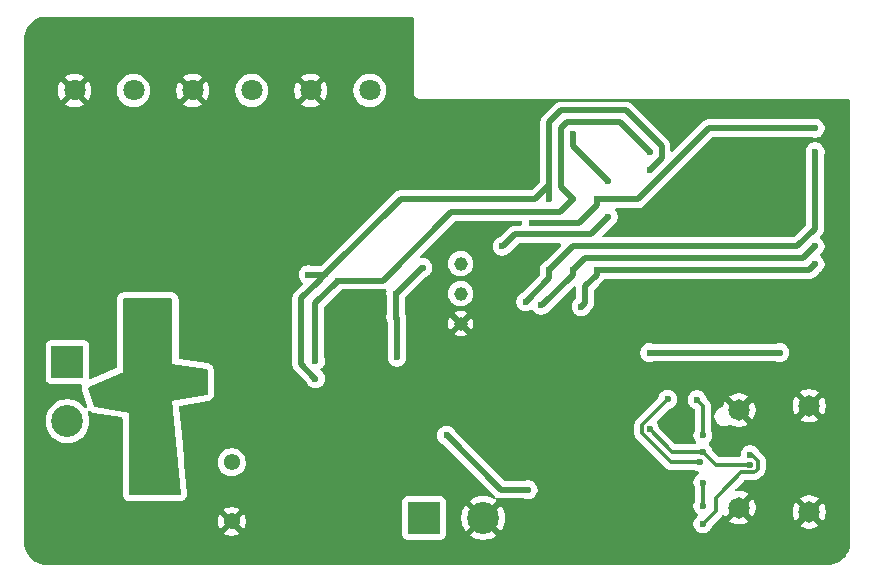
<source format=gbr>
%TF.GenerationSoftware,KiCad,Pcbnew,9.0.0*%
%TF.CreationDate,2025-02-26T09:32:18-04:00*%
%TF.ProjectId,PCB_Control_de_motor,5043425f-436f-46e7-9472-6f6c5f64655f,rev?*%
%TF.SameCoordinates,Original*%
%TF.FileFunction,Copper,L2,Bot*%
%TF.FilePolarity,Positive*%
%FSLAX46Y46*%
G04 Gerber Fmt 4.6, Leading zero omitted, Abs format (unit mm)*
G04 Created by KiCad (PCBNEW 9.0.0) date 2025-02-26 09:32:18*
%MOMM*%
%LPD*%
G01*
G04 APERTURE LIST*
%TA.AperFunction,Conductor*%
%ADD10C,0.200000*%
%TD*%
%TA.AperFunction,ComponentPad*%
%ADD11C,1.815000*%
%TD*%
%TA.AperFunction,ComponentPad*%
%ADD12R,2.700000X2.700000*%
%TD*%
%TA.AperFunction,ComponentPad*%
%ADD13C,2.700000*%
%TD*%
%TA.AperFunction,ComponentPad*%
%ADD14C,1.150000*%
%TD*%
%TA.AperFunction,ComponentPad*%
%ADD15C,1.381000*%
%TD*%
%TA.AperFunction,ComponentPad*%
%ADD16C,1.800000*%
%TD*%
%TA.AperFunction,ViaPad*%
%ADD17C,1.200000*%
%TD*%
%TA.AperFunction,ViaPad*%
%ADD18C,0.600000*%
%TD*%
%TA.AperFunction,Conductor*%
%ADD19C,0.500000*%
%TD*%
%TA.AperFunction,Conductor*%
%ADD20C,1.400000*%
%TD*%
%TA.AperFunction,Conductor*%
%ADD21C,0.300000*%
%TD*%
G04 APERTURE END LIST*
D10*
%TO.N,Net-(C10--)*%
X132000000Y-100071429D02*
X135000000Y-100500000D01*
X135000000Y-102500000D01*
X132000000Y-103000000D01*
X132727273Y-111000000D01*
X128500000Y-111000000D01*
X128500000Y-104000000D01*
X125500000Y-103500000D01*
X125000000Y-102000000D01*
X128000000Y-100714286D01*
X128000000Y-94500000D01*
X132000000Y-94500000D01*
X132000000Y-100071429D01*
%TA.AperFunction,Conductor*%
G36*
X132000000Y-100071429D02*
G01*
X135000000Y-100500000D01*
X135000000Y-102500000D01*
X132000000Y-103000000D01*
X132727273Y-111000000D01*
X128500000Y-111000000D01*
X128500000Y-104000000D01*
X125500000Y-103500000D01*
X125000000Y-102000000D01*
X128000000Y-100714286D01*
X128000000Y-94500000D01*
X132000000Y-94500000D01*
X132000000Y-100071429D01*
G37*
%TD.AperFunction*%
%TD*%
D11*
%TO.P,USB-C1,MH1,MH1*%
%TO.N,GND*%
X180050000Y-112130000D03*
%TO.P,USB-C1,MH2,MH2*%
X180050000Y-103870000D03*
%TO.P,USB-C1,MH3,MH3*%
X186000000Y-103510000D03*
%TO.P,USB-C1,MH4,MH4*%
X186000000Y-112490000D03*
%TD*%
D12*
%TO.P,Motor1,1,1*%
%TO.N,/Driver/OUT_1*%
X123200000Y-99800000D03*
D13*
%TO.P,Motor1,2,2*%
%TO.N,/Driver/OUT_2*%
X123200000Y-104800000D03*
%TD*%
D14*
%TO.P,Potenci\u00F3metro1,1,CCW*%
%TO.N,+3.3V*%
X156495000Y-91460000D03*
%TO.P,Potenci\u00F3metro1,2,WIPER*%
%TO.N,Net-(Potenci\u00F3metro1-WIPER)*%
X156495000Y-94000000D03*
%TO.P,Potenci\u00F3metro1,3,CW*%
%TO.N,GND*%
X156495000Y-96540000D03*
%TD*%
D15*
%TO.P,L1,1,1*%
%TO.N,Net-(C10--)*%
X137100000Y-108300000D03*
%TO.P,L1,2,2*%
%TO.N,GND*%
X137100000Y-113300000D03*
%TD*%
D16*
%TO.P,Sensores_Boton1,1,1*%
%TO.N,/BOTON*%
X148800000Y-76800000D03*
%TO.P,Sensores_Boton1,2,2*%
%TO.N,GND*%
X143800000Y-76800000D03*
%TO.P,Sensores_Boton1,3,3*%
%TO.N,/LSA*%
X138800000Y-76800000D03*
%TO.P,Sensores_Boton1,4,4*%
%TO.N,GND*%
X133800000Y-76800000D03*
%TO.P,Sensores_Boton1,5,5*%
%TO.N,/LSC*%
X128800000Y-76800000D03*
%TO.P,Sensores_Boton1,6,6*%
%TO.N,GND*%
X123800000Y-76800000D03*
%TD*%
D12*
%TO.P,Bater\u00EDa1,1,1*%
%TO.N,+12V*%
X153400000Y-113000000D03*
D13*
%TO.P,Bater\u00EDa1,2,2*%
%TO.N,GND*%
X158400000Y-113000000D03*
%TD*%
D17*
%TO.N,Net-(C10--)*%
X130700000Y-102060000D03*
X133500000Y-102000000D03*
%TO.N,GND*%
X140500000Y-103000000D03*
X179500000Y-87500000D03*
X181500000Y-88000000D03*
X185000000Y-94000000D03*
X182500000Y-84500000D03*
X179500000Y-81500000D03*
X183500000Y-83000000D03*
X139000000Y-103000000D03*
X183500000Y-86000000D03*
X179000000Y-94000000D03*
X174500000Y-86500000D03*
X177000000Y-83000000D03*
X179500000Y-85000000D03*
X162000000Y-107500000D03*
X185000000Y-87000000D03*
X180500000Y-94000000D03*
D18*
X139400000Y-95100000D03*
D17*
X162000000Y-109000000D03*
X185000000Y-83000000D03*
X184500000Y-81500000D03*
X176500000Y-85000000D03*
X178000000Y-87500000D03*
X174500000Y-85000000D03*
X173000000Y-87500000D03*
X140500000Y-98500000D03*
X176000000Y-94000000D03*
X174500000Y-94000000D03*
X181000000Y-81500000D03*
X160500000Y-106000000D03*
X181500000Y-86000000D03*
D18*
X139400000Y-90600000D03*
D17*
X176500000Y-87500000D03*
D18*
X170200000Y-108900000D03*
D17*
X185000000Y-84500000D03*
X162000000Y-106000000D03*
X140500000Y-100000000D03*
X139000000Y-101500000D03*
X183500000Y-88000000D03*
X178000000Y-82000000D03*
X183500000Y-94000000D03*
X178000000Y-85000000D03*
X139000000Y-100000000D03*
X180500000Y-94000000D03*
X177500000Y-94000000D03*
X174500000Y-88000000D03*
D18*
X168000000Y-95200000D03*
D17*
X173000000Y-94000000D03*
X140500000Y-101500000D03*
X139000000Y-98500000D03*
X182000000Y-94000000D03*
D18*
%TO.N,+3.3V*%
X169000000Y-84500000D03*
X172500000Y-99000000D03*
X183500000Y-99000000D03*
X151100000Y-99400000D03*
X151000000Y-96000000D03*
X153300000Y-91800000D03*
X169000000Y-87500000D03*
X166000000Y-80500000D03*
X151000000Y-94000000D03*
X160000000Y-90000000D03*
D17*
%TO.N,Net-(C10--)*%
X131500000Y-95500000D03*
X126400000Y-102300000D03*
X131300000Y-107500000D03*
X130500000Y-108300000D03*
X128000000Y-102200000D03*
X129200000Y-108300000D03*
X129200000Y-109400000D03*
X129300000Y-102100000D03*
X130500000Y-109400000D03*
X130900000Y-96400000D03*
X132000000Y-102000000D03*
X129100000Y-96500000D03*
X132000000Y-110500000D03*
X130000000Y-96900000D03*
X132000000Y-108300000D03*
X128500000Y-95500000D03*
X129200000Y-110500000D03*
X130500000Y-110500000D03*
X132000000Y-109400000D03*
X130000000Y-95500000D03*
D18*
%TO.N,Net-(IC2-I{slash}O1_1)*%
X174022751Y-102967499D03*
X176790380Y-108290380D03*
%TO.N,Net-(IC2-I{slash}O2_1)*%
X172500000Y-105500000D03*
X181000000Y-108500000D03*
X177000000Y-107400000D03*
%TO.N,Net-(USB-C1-CC1)*%
X177000000Y-112000000D03*
X177000000Y-110000000D03*
%TO.N,Net-(USB-C1-CC2)*%
X177000000Y-113500000D03*
X181000000Y-107650000D03*
%TO.N,/5v_USB*%
X177000000Y-106000000D03*
X176500000Y-103000000D03*
%TO.N,/LSA*%
X166700000Y-95100000D03*
X168000000Y-92000000D03*
X186500000Y-91500000D03*
%TO.N,/LSC*%
X163300000Y-95000000D03*
X166000000Y-92000000D03*
X186500000Y-90000000D03*
%TO.N,/BOTON*%
X162000000Y-94700000D03*
X186500000Y-82000000D03*
X164000000Y-92000000D03*
%TO.N,Net-(D7-K)*%
X155300000Y-106000000D03*
X162200000Y-110600000D03*
%TO.N,/ADC*%
X162500000Y-88000000D03*
X168000000Y-86000000D03*
X186500000Y-80000000D03*
%TO.N,/Driver/IN_1*%
X172500000Y-82000000D03*
X146100000Y-92900000D03*
X166000000Y-86000000D03*
X144200000Y-99700000D03*
%TO.N,/Driver/IN_2*%
X172500000Y-83500000D03*
X164000000Y-86000000D03*
X143600000Y-92400000D03*
X144200000Y-101200000D03*
%TD*%
D19*
%TO.N,GND*%
X139400000Y-90600000D02*
X139400000Y-95100000D01*
X168000000Y-95200000D02*
X168000000Y-96200000D01*
X168000000Y-96200000D02*
X170200000Y-98400000D01*
X170200000Y-98400000D02*
X170200000Y-108900000D01*
%TO.N,+3.3V*%
X169000000Y-84500000D02*
X166000000Y-81500000D01*
X151100000Y-96100000D02*
X151000000Y-96000000D01*
X151100000Y-99400000D02*
X151100000Y-96100000D01*
X167500000Y-89000000D02*
X169000000Y-87500000D01*
X160000000Y-90000000D02*
X160100000Y-90000000D01*
X161100000Y-89000000D02*
X167500000Y-89000000D01*
X151000000Y-94000000D02*
X151000000Y-96000000D01*
X183500000Y-99000000D02*
X172500000Y-99000000D01*
X153300000Y-91800000D02*
X153200000Y-91800000D01*
X166000000Y-81500000D02*
X166000000Y-80500000D01*
X153200000Y-91800000D02*
X151000000Y-94000000D01*
X160100000Y-90000000D02*
X161100000Y-89000000D01*
D20*
%TO.N,Net-(C10--)*%
X130000000Y-96500000D02*
X130000000Y-101300000D01*
X130000000Y-106300000D02*
X130000000Y-101300000D01*
X131300000Y-107600000D02*
X130000000Y-106300000D01*
X130000000Y-101300000D02*
X129300000Y-102000000D01*
D21*
%TO.N,Net-(IC2-I{slash}O1_1)*%
X171849000Y-105849000D02*
X171849000Y-105141250D01*
X176790380Y-108290380D02*
X174290380Y-108290380D01*
X174290380Y-108290380D02*
X172000000Y-106000000D01*
X172000000Y-106000000D02*
X171849000Y-105849000D01*
X171849000Y-105141250D02*
X174022751Y-102967499D01*
%TO.N,Net-(IC2-I{slash}O2_1)*%
X181000000Y-108500000D02*
X178100000Y-108500000D01*
X172500000Y-105500000D02*
X174400000Y-107400000D01*
X174400000Y-107400000D02*
X177000000Y-107400000D01*
X178100000Y-108500000D02*
X177000000Y-107400000D01*
%TO.N,Net-(USB-C1-CC1)*%
X177000000Y-112000000D02*
X177000000Y-110000000D01*
%TO.N,Net-(USB-C1-CC2)*%
X178074000Y-112426000D02*
X177000000Y-113500000D01*
X181000000Y-107650000D02*
X181150000Y-107650000D01*
X181500000Y-108000000D02*
X181651000Y-108151000D01*
X181651000Y-108151000D02*
X181651000Y-108849000D01*
X180222281Y-109151000D02*
X178436640Y-110936641D01*
X181651000Y-108849000D02*
X181500000Y-109000000D01*
X181150000Y-107650000D02*
X181500000Y-108000000D01*
X181349000Y-109151000D02*
X180222281Y-109151000D01*
X181500000Y-109000000D02*
X181349000Y-109151000D01*
X178436640Y-110936641D02*
X178074000Y-111299281D01*
X178074000Y-111299281D02*
X178074000Y-112426000D01*
%TO.N,/5v_USB*%
X177000000Y-103500000D02*
X177000000Y-106000000D01*
X176500000Y-103000000D02*
X177000000Y-103500000D01*
D19*
%TO.N,/LSA*%
X166700000Y-95100000D02*
X167000000Y-94800000D01*
X168000000Y-92400000D02*
X168000000Y-92000000D01*
X168000000Y-92000000D02*
X186000000Y-92000000D01*
X186000000Y-92000000D02*
X186500000Y-91500000D01*
X167000000Y-93400000D02*
X168000000Y-92400000D01*
X167000000Y-94800000D02*
X167000000Y-93400000D01*
%TO.N,/LSC*%
X186500000Y-90000000D02*
X185500000Y-91000000D01*
X166000000Y-92400000D02*
X166000000Y-92000000D01*
X167000000Y-91000000D02*
X166000000Y-92000000D01*
X163400000Y-95000000D02*
X166000000Y-92400000D01*
X163300000Y-95000000D02*
X163400000Y-95000000D01*
X185500000Y-91000000D02*
X167000000Y-91000000D01*
%TO.N,/BOTON*%
X164000000Y-92700000D02*
X164000000Y-92000000D01*
X186500000Y-88500000D02*
X186500000Y-82000000D01*
X185000000Y-90000000D02*
X186500000Y-88500000D01*
X183000000Y-90000000D02*
X185000000Y-90000000D01*
X164000000Y-92000000D02*
X166000000Y-90000000D01*
X162000000Y-94700000D02*
X164000000Y-92700000D01*
X166000000Y-90000000D02*
X183000000Y-90000000D01*
%TO.N,Net-(D7-K)*%
X162200000Y-110600000D02*
X159900000Y-110600000D01*
X159900000Y-110600000D02*
X155300000Y-106000000D01*
%TO.N,/ADC*%
X173000000Y-84500000D02*
X171500000Y-86000000D01*
X177500000Y-80000000D02*
X173000000Y-84500000D01*
X162500000Y-88000000D02*
X166500000Y-88000000D01*
X166500000Y-88000000D02*
X168000000Y-86500000D01*
X168000000Y-86500000D02*
X168000000Y-86000000D01*
X171500000Y-86000000D02*
X168000000Y-86000000D01*
X186500000Y-80000000D02*
X177500000Y-80000000D01*
%TO.N,/Driver/IN_1*%
X155700000Y-87100000D02*
X164900000Y-87100000D01*
X149900000Y-92900000D02*
X155700000Y-87100000D01*
X166500000Y-79500000D02*
X165500000Y-79500000D01*
X165000000Y-80000000D02*
X165000000Y-80500000D01*
X165500000Y-79500000D02*
X165000000Y-80000000D01*
X146100000Y-92900000D02*
X149900000Y-92900000D01*
X144200000Y-99700000D02*
X144200000Y-94800000D01*
X164900000Y-87100000D02*
X166000000Y-86000000D01*
X144200000Y-94800000D02*
X146100000Y-92900000D01*
X165000000Y-80500000D02*
X165000000Y-85000000D01*
X170000000Y-79500000D02*
X166500000Y-79500000D01*
X172500000Y-82000000D02*
X170000000Y-79500000D01*
X165000000Y-85000000D02*
X166000000Y-86000000D01*
%TO.N,/Driver/IN_2*%
X162800000Y-86000000D02*
X164000000Y-84800000D01*
X145000000Y-92400000D02*
X145300000Y-92100000D01*
X173500000Y-82500000D02*
X173500000Y-81500000D01*
X164000000Y-79500000D02*
X164000000Y-84800000D01*
X143600000Y-92400000D02*
X145000000Y-92400000D01*
X170500000Y-78500000D02*
X168500000Y-78500000D01*
X143000000Y-94400000D02*
X144400000Y-93000000D01*
X173500000Y-81500000D02*
X173000000Y-81000000D01*
X145300000Y-92100000D02*
X151400000Y-86000000D01*
X165000000Y-78500000D02*
X164000000Y-79500000D01*
X143000000Y-100000000D02*
X143000000Y-94400000D01*
X173000000Y-81000000D02*
X170500000Y-78500000D01*
X164000000Y-84800000D02*
X164000000Y-86000000D01*
X168500000Y-78500000D02*
X165000000Y-78500000D01*
X151400000Y-86000000D02*
X162800000Y-86000000D01*
X144200000Y-101200000D02*
X143000000Y-100000000D01*
X172500000Y-83500000D02*
X173500000Y-82500000D01*
X144400000Y-93000000D02*
X145300000Y-92100000D01*
%TD*%
%TA.AperFunction,Conductor*%
%TO.N,GND*%
G36*
X152442539Y-70570185D02*
G01*
X152488294Y-70622989D01*
X152499500Y-70674500D01*
X152499500Y-77065891D01*
X152533608Y-77193187D01*
X152566554Y-77250250D01*
X152599500Y-77307314D01*
X152692686Y-77400500D01*
X152806814Y-77466392D01*
X152934108Y-77500500D01*
X153065892Y-77500500D01*
X189325500Y-77500500D01*
X189392539Y-77520185D01*
X189438294Y-77572989D01*
X189449500Y-77624500D01*
X189449500Y-115414146D01*
X189447117Y-115438339D01*
X189432954Y-115509537D01*
X189428756Y-115525202D01*
X189349909Y-115757479D01*
X189343702Y-115772465D01*
X189235212Y-115992460D01*
X189227102Y-116006507D01*
X189090825Y-116210460D01*
X189080951Y-116223328D01*
X188919218Y-116407749D01*
X188907749Y-116419218D01*
X188723328Y-116580951D01*
X188710460Y-116590825D01*
X188506507Y-116727102D01*
X188492460Y-116735212D01*
X188272465Y-116843702D01*
X188257479Y-116849909D01*
X188025202Y-116928756D01*
X188009535Y-116932954D01*
X187768964Y-116980807D01*
X187752883Y-116982925D01*
X187504043Y-116999235D01*
X187495933Y-116999500D01*
X121504067Y-116999500D01*
X121495957Y-116999235D01*
X121247116Y-116982925D01*
X121231035Y-116980807D01*
X120990464Y-116932954D01*
X120974797Y-116928756D01*
X120742520Y-116849909D01*
X120727534Y-116843702D01*
X120507539Y-116735212D01*
X120493492Y-116727102D01*
X120289539Y-116590825D01*
X120276671Y-116580951D01*
X120092250Y-116419218D01*
X120080781Y-116407749D01*
X119919048Y-116223328D01*
X119909174Y-116210460D01*
X119772897Y-116006507D01*
X119764787Y-115992460D01*
X119658855Y-115777652D01*
X119656294Y-115772458D01*
X119650090Y-115757479D01*
X119571243Y-115525202D01*
X119567045Y-115509535D01*
X119548071Y-115414146D01*
X119519190Y-115268953D01*
X119517075Y-115252895D01*
X119500765Y-115004043D01*
X119500500Y-114995933D01*
X119500500Y-113206300D01*
X135909500Y-113206300D01*
X135909500Y-113393699D01*
X135938813Y-113578770D01*
X135996723Y-113756997D01*
X136081793Y-113923958D01*
X136098918Y-113947527D01*
X136098919Y-113947528D01*
X136678274Y-113368172D01*
X136703963Y-113464044D01*
X136759916Y-113560956D01*
X136839044Y-113640084D01*
X136935956Y-113696037D01*
X137031827Y-113721725D01*
X136452471Y-114301080D01*
X136452471Y-114301081D01*
X136476041Y-114318206D01*
X136643002Y-114403276D01*
X136821229Y-114461186D01*
X137006301Y-114490500D01*
X137193699Y-114490500D01*
X137378770Y-114461186D01*
X137557000Y-114403276D01*
X137723950Y-114318211D01*
X137723964Y-114318203D01*
X137747527Y-114301081D01*
X137747528Y-114301080D01*
X137168173Y-113721725D01*
X137264044Y-113696037D01*
X137360956Y-113640084D01*
X137440084Y-113560956D01*
X137496037Y-113464044D01*
X137521725Y-113368172D01*
X138101080Y-113947528D01*
X138101081Y-113947527D01*
X138118203Y-113923964D01*
X138118211Y-113923950D01*
X138203276Y-113757000D01*
X138261186Y-113578770D01*
X138290500Y-113393699D01*
X138290500Y-113206300D01*
X138261186Y-113021229D01*
X138203276Y-112843002D01*
X138118206Y-112676041D01*
X138101080Y-112652471D01*
X137521725Y-113231826D01*
X137496037Y-113135956D01*
X137440084Y-113039044D01*
X137360956Y-112959916D01*
X137264044Y-112903963D01*
X137168172Y-112878274D01*
X137747528Y-112298919D01*
X137747527Y-112298918D01*
X137723958Y-112281793D01*
X137556997Y-112196723D01*
X137378770Y-112138813D01*
X137193699Y-112109500D01*
X137006301Y-112109500D01*
X136821229Y-112138813D01*
X136643002Y-112196723D01*
X136476043Y-112281792D01*
X136452471Y-112298918D01*
X137031828Y-112878274D01*
X136935956Y-112903963D01*
X136839044Y-112959916D01*
X136759916Y-113039044D01*
X136703963Y-113135956D01*
X136678274Y-113231827D01*
X136098918Y-112652471D01*
X136081792Y-112676043D01*
X135996723Y-112843002D01*
X135938813Y-113021229D01*
X135909500Y-113206300D01*
X119500500Y-113206300D01*
X119500500Y-98402135D01*
X121349500Y-98402135D01*
X121349500Y-101197870D01*
X121349501Y-101197876D01*
X121355908Y-101257483D01*
X121406202Y-101392328D01*
X121406206Y-101392335D01*
X121492452Y-101507544D01*
X121492455Y-101507547D01*
X121607664Y-101593793D01*
X121607671Y-101593797D01*
X121742517Y-101644091D01*
X121742516Y-101644091D01*
X121749444Y-101644835D01*
X121802127Y-101650500D01*
X124311576Y-101650499D01*
X124378615Y-101670184D01*
X124424370Y-101722987D01*
X124434314Y-101792146D01*
X124428775Y-101815001D01*
X124406792Y-101878609D01*
X124395588Y-102036277D01*
X124425570Y-102191467D01*
X124425570Y-102191470D01*
X124425571Y-102191475D01*
X124425572Y-102191476D01*
X124878727Y-103550942D01*
X124879215Y-103552404D01*
X124881740Y-103622228D01*
X124846115Y-103682333D01*
X124783650Y-103713636D01*
X124714177Y-103706198D01*
X124663202Y-103667102D01*
X124594266Y-103577263D01*
X124594260Y-103577256D01*
X124422743Y-103405739D01*
X124422736Y-103405733D01*
X124230293Y-103258067D01*
X124230292Y-103258066D01*
X124230289Y-103258064D01*
X124054281Y-103156446D01*
X124020214Y-103136777D01*
X124020205Y-103136773D01*
X123796104Y-103043947D01*
X123561785Y-102981161D01*
X123321289Y-102949500D01*
X123321288Y-102949500D01*
X123078712Y-102949500D01*
X123078711Y-102949500D01*
X122838214Y-102981161D01*
X122603895Y-103043947D01*
X122379794Y-103136773D01*
X122379785Y-103136777D01*
X122169706Y-103258067D01*
X121977263Y-103405733D01*
X121977256Y-103405739D01*
X121805739Y-103577256D01*
X121805733Y-103577263D01*
X121658067Y-103769706D01*
X121658064Y-103769710D01*
X121658064Y-103769711D01*
X121648518Y-103786246D01*
X121536777Y-103979785D01*
X121536773Y-103979794D01*
X121443947Y-104203895D01*
X121381161Y-104438214D01*
X121349500Y-104678711D01*
X121349500Y-104921288D01*
X121381161Y-105161785D01*
X121443947Y-105396104D01*
X121536773Y-105620205D01*
X121536777Y-105620214D01*
X121550783Y-105644473D01*
X121658064Y-105830289D01*
X121658066Y-105830292D01*
X121658067Y-105830293D01*
X121805733Y-106022736D01*
X121805739Y-106022743D01*
X121977256Y-106194260D01*
X121977262Y-106194265D01*
X122169711Y-106341936D01*
X122379788Y-106463224D01*
X122603900Y-106556054D01*
X122838211Y-106618838D01*
X123018586Y-106642584D01*
X123078711Y-106650500D01*
X123078712Y-106650500D01*
X123321289Y-106650500D01*
X123369388Y-106644167D01*
X123561789Y-106618838D01*
X123796100Y-106556054D01*
X124020212Y-106463224D01*
X124230289Y-106341936D01*
X124422738Y-106194265D01*
X124594265Y-106022738D01*
X124741936Y-105830289D01*
X124863224Y-105620212D01*
X124956054Y-105396100D01*
X125018838Y-105161789D01*
X125050500Y-104921288D01*
X125050500Y-104678712D01*
X125049732Y-104672882D01*
X125041150Y-104607691D01*
X125018838Y-104438211D01*
X124956054Y-104203900D01*
X124915113Y-104105061D01*
X124907645Y-104035594D01*
X124938920Y-103973115D01*
X124999008Y-103937462D01*
X125068834Y-103939955D01*
X125107094Y-103964488D01*
X125108889Y-103962308D01*
X125115161Y-103967471D01*
X125115162Y-103967472D01*
X125249266Y-104051147D01*
X125355146Y-104083442D01*
X125400445Y-104097259D01*
X125400448Y-104097259D01*
X125400456Y-104097262D01*
X127790887Y-104495667D01*
X127853777Y-104526104D01*
X127890228Y-104585712D01*
X127894500Y-104617979D01*
X127894500Y-111000007D01*
X127915132Y-111156714D01*
X127915132Y-111156715D01*
X127975620Y-111302747D01*
X127975621Y-111302749D01*
X127975622Y-111302750D01*
X128071847Y-111428153D01*
X128197250Y-111524378D01*
X128197251Y-111524378D01*
X128197252Y-111524379D01*
X128203725Y-111527060D01*
X128343285Y-111584868D01*
X128500000Y-111605500D01*
X128500007Y-111605500D01*
X132727259Y-111605500D01*
X132727273Y-111605500D01*
X132782092Y-111603013D01*
X132785990Y-111602135D01*
X151549500Y-111602135D01*
X151549500Y-114397870D01*
X151549501Y-114397876D01*
X151555908Y-114457483D01*
X151606202Y-114592328D01*
X151606206Y-114592335D01*
X151692452Y-114707544D01*
X151692455Y-114707547D01*
X151807664Y-114793793D01*
X151807671Y-114793797D01*
X151942517Y-114844091D01*
X151942516Y-114844091D01*
X151949444Y-114844835D01*
X152002127Y-114850500D01*
X154797872Y-114850499D01*
X154857483Y-114844091D01*
X154992331Y-114793796D01*
X155107546Y-114707546D01*
X155193796Y-114592331D01*
X155244091Y-114457483D01*
X155250500Y-114397873D01*
X155250499Y-111602128D01*
X155244091Y-111542517D01*
X155238326Y-111527061D01*
X155193797Y-111407671D01*
X155193793Y-111407664D01*
X155107547Y-111292455D01*
X155107544Y-111292452D01*
X154992335Y-111206206D01*
X154992328Y-111206202D01*
X154857482Y-111155908D01*
X154857483Y-111155908D01*
X154797883Y-111149501D01*
X154797881Y-111149500D01*
X154797873Y-111149500D01*
X154797864Y-111149500D01*
X152002129Y-111149500D01*
X152002123Y-111149501D01*
X151942516Y-111155908D01*
X151807671Y-111206202D01*
X151807664Y-111206206D01*
X151692455Y-111292452D01*
X151692452Y-111292455D01*
X151606206Y-111407664D01*
X151606202Y-111407671D01*
X151555908Y-111542517D01*
X151550835Y-111589707D01*
X151549501Y-111602123D01*
X151549500Y-111602135D01*
X132785990Y-111602135D01*
X132936296Y-111568278D01*
X133076255Y-111494815D01*
X133192431Y-111387632D01*
X133276908Y-111254032D01*
X133323927Y-111103120D01*
X133330286Y-110945181D01*
X133100110Y-108413266D01*
X133099602Y-108401833D01*
X133099618Y-108392176D01*
X133100500Y-108386611D01*
X133100500Y-108213389D01*
X133099371Y-108206260D01*
X135909000Y-108206260D01*
X135909000Y-108393739D01*
X135938325Y-108578889D01*
X135938326Y-108578893D01*
X135996257Y-108757185D01*
X136081365Y-108924220D01*
X136191556Y-109075885D01*
X136324115Y-109208444D01*
X136475780Y-109318635D01*
X136642815Y-109403743D01*
X136821107Y-109461674D01*
X136890541Y-109472671D01*
X137006261Y-109491000D01*
X137006266Y-109491000D01*
X137193739Y-109491000D01*
X137296600Y-109474707D01*
X137378893Y-109461674D01*
X137557185Y-109403743D01*
X137724220Y-109318635D01*
X137875885Y-109208444D01*
X138008444Y-109075885D01*
X138118635Y-108924220D01*
X138203743Y-108757185D01*
X138261674Y-108578893D01*
X138274707Y-108496600D01*
X138291000Y-108393739D01*
X138291000Y-108206260D01*
X138271449Y-108082826D01*
X138261674Y-108021107D01*
X138203743Y-107842815D01*
X138118635Y-107675780D01*
X138008444Y-107524115D01*
X137875885Y-107391556D01*
X137724220Y-107281365D01*
X137557185Y-107196257D01*
X137378893Y-107138326D01*
X137378891Y-107138325D01*
X137378889Y-107138325D01*
X137193739Y-107109000D01*
X137193734Y-107109000D01*
X137006266Y-107109000D01*
X137006261Y-107109000D01*
X136821110Y-107138325D01*
X136642812Y-107196258D01*
X136475779Y-107281365D01*
X136389249Y-107344233D01*
X136324115Y-107391556D01*
X136324113Y-107391558D01*
X136324112Y-107391558D01*
X136191558Y-107524112D01*
X136191558Y-107524113D01*
X136191556Y-107524115D01*
X136157381Y-107571153D01*
X136081365Y-107675779D01*
X135996258Y-107842812D01*
X135938325Y-108021110D01*
X135909000Y-108206260D01*
X133099371Y-108206260D01*
X133073402Y-108042299D01*
X133067961Y-108025554D01*
X133062402Y-107998464D01*
X133059020Y-107961261D01*
X132873555Y-105921153D01*
X154499500Y-105921153D01*
X154499500Y-106078846D01*
X154530261Y-106233489D01*
X154530264Y-106233501D01*
X154590602Y-106379172D01*
X154590609Y-106379185D01*
X154678210Y-106510288D01*
X154678213Y-106510292D01*
X154789710Y-106621789D01*
X154906762Y-106700000D01*
X154920821Y-106709394D01*
X154944475Y-106719191D01*
X154984703Y-106746071D01*
X159395978Y-111157346D01*
X159429463Y-111218669D01*
X159424479Y-111288361D01*
X159382607Y-111344294D01*
X159317143Y-111368711D01*
X159248870Y-111353859D01*
X159246298Y-111352415D01*
X159219988Y-111337225D01*
X159219978Y-111337220D01*
X158995939Y-111244421D01*
X158761687Y-111181653D01*
X158521264Y-111150001D01*
X158521248Y-111150000D01*
X158278752Y-111150000D01*
X158278735Y-111150001D01*
X158038312Y-111181653D01*
X157804060Y-111244421D01*
X157580021Y-111337220D01*
X157580006Y-111337227D01*
X157369990Y-111458480D01*
X157280614Y-111527060D01*
X157280614Y-111527061D01*
X157963075Y-112209522D01*
X157826283Y-112300924D01*
X157700924Y-112426283D01*
X157609522Y-112563075D01*
X156927061Y-111880614D01*
X156927060Y-111880614D01*
X156858480Y-111969990D01*
X156737227Y-112180006D01*
X156737220Y-112180021D01*
X156644421Y-112404060D01*
X156581653Y-112638312D01*
X156550001Y-112878735D01*
X156550000Y-112878751D01*
X156550000Y-113121248D01*
X156550001Y-113121264D01*
X156581653Y-113361687D01*
X156644421Y-113595939D01*
X156737220Y-113819978D01*
X156737227Y-113819992D01*
X156858481Y-114030010D01*
X156927061Y-114119384D01*
X157609521Y-113436923D01*
X157700924Y-113573717D01*
X157826283Y-113699076D01*
X157963074Y-113790477D01*
X157280614Y-114472936D01*
X157280614Y-114472937D01*
X157369989Y-114541517D01*
X157369996Y-114541522D01*
X157580007Y-114662772D01*
X157580021Y-114662779D01*
X157804060Y-114755578D01*
X158038312Y-114818346D01*
X158278735Y-114849998D01*
X158278752Y-114850000D01*
X158521248Y-114850000D01*
X158521264Y-114849998D01*
X158761687Y-114818346D01*
X158995939Y-114755578D01*
X159219978Y-114662779D01*
X159219992Y-114662772D01*
X159430016Y-114541515D01*
X159519384Y-114472939D01*
X159519384Y-114472936D01*
X158836924Y-113790477D01*
X158973717Y-113699076D01*
X159099076Y-113573717D01*
X159190477Y-113436925D01*
X159872936Y-114119384D01*
X159872939Y-114119384D01*
X159941515Y-114030016D01*
X160062772Y-113819992D01*
X160062779Y-113819978D01*
X160155578Y-113595939D01*
X160218346Y-113361687D01*
X160249998Y-113121264D01*
X160250000Y-113121248D01*
X160250000Y-112878751D01*
X160249998Y-112878735D01*
X160218346Y-112638312D01*
X160155578Y-112404060D01*
X160062779Y-112180021D01*
X160062772Y-112180007D01*
X159941522Y-111969996D01*
X159941517Y-111969989D01*
X159872937Y-111880614D01*
X159872936Y-111880614D01*
X159190476Y-112563074D01*
X159099076Y-112426283D01*
X158973717Y-112300924D01*
X158836923Y-112209521D01*
X159519384Y-111527061D01*
X159519384Y-111527060D01*
X159495250Y-111508541D01*
X159454048Y-111452113D01*
X159449893Y-111382367D01*
X159484106Y-111321447D01*
X159545823Y-111288695D01*
X159615451Y-111294508D01*
X159618170Y-111295597D01*
X159681087Y-111321658D01*
X159681091Y-111321658D01*
X159681092Y-111321659D01*
X159826079Y-111350500D01*
X159826082Y-111350500D01*
X159973917Y-111350500D01*
X161895396Y-111350500D01*
X161942844Y-111359937D01*
X161966503Y-111369737D01*
X161966508Y-111369738D01*
X161966511Y-111369739D01*
X162121153Y-111400499D01*
X162121156Y-111400500D01*
X162121158Y-111400500D01*
X162278844Y-111400500D01*
X162278845Y-111400499D01*
X162433497Y-111369737D01*
X162579179Y-111309394D01*
X162710289Y-111221789D01*
X162821789Y-111110289D01*
X162909394Y-110979179D01*
X162969737Y-110833497D01*
X163000500Y-110678842D01*
X163000500Y-110521158D01*
X163000500Y-110521155D01*
X163000499Y-110521153D01*
X162989791Y-110467320D01*
X162969737Y-110366503D01*
X162969735Y-110366498D01*
X162909397Y-110220827D01*
X162909390Y-110220814D01*
X162821789Y-110089711D01*
X162821786Y-110089707D01*
X162710292Y-109978213D01*
X162710288Y-109978210D01*
X162579185Y-109890609D01*
X162579172Y-109890602D01*
X162433501Y-109830264D01*
X162433489Y-109830261D01*
X162278845Y-109799500D01*
X162278842Y-109799500D01*
X162121158Y-109799500D01*
X162121155Y-109799500D01*
X161966511Y-109830260D01*
X161966506Y-109830262D01*
X161966504Y-109830262D01*
X161966503Y-109830263D01*
X161942844Y-109840062D01*
X161895396Y-109849500D01*
X160262229Y-109849500D01*
X160195190Y-109829815D01*
X160174548Y-109813181D01*
X156274439Y-105913071D01*
X171198499Y-105913071D01*
X171216841Y-106005274D01*
X171220315Y-106022736D01*
X171223499Y-106038744D01*
X171272535Y-106157127D01*
X171343723Y-106263669D01*
X171494723Y-106414669D01*
X173875704Y-108795651D01*
X173875707Y-108795654D01*
X173875710Y-108795656D01*
X173946376Y-108842873D01*
X173982253Y-108866845D01*
X174100636Y-108915881D01*
X174100640Y-108915881D01*
X174100641Y-108915882D01*
X174226308Y-108940880D01*
X174226311Y-108940880D01*
X176285445Y-108940880D01*
X176352484Y-108960565D01*
X176354289Y-108961746D01*
X176411201Y-108999774D01*
X176411203Y-108999775D01*
X176411207Y-108999777D01*
X176556878Y-109060115D01*
X176556883Y-109060117D01*
X176578360Y-109064389D01*
X176640270Y-109096772D01*
X176674845Y-109157487D01*
X176671107Y-109227257D01*
X176630241Y-109283929D01*
X176623061Y-109289108D01*
X176489707Y-109378213D01*
X176378213Y-109489707D01*
X176378210Y-109489711D01*
X176290609Y-109620814D01*
X176290602Y-109620827D01*
X176230264Y-109766498D01*
X176230261Y-109766510D01*
X176199500Y-109921153D01*
X176199500Y-110078846D01*
X176230261Y-110233489D01*
X176230264Y-110233501D01*
X176290602Y-110379172D01*
X176290606Y-110379179D01*
X176328602Y-110436044D01*
X176349480Y-110502721D01*
X176349500Y-110504935D01*
X176349500Y-111495064D01*
X176329815Y-111562103D01*
X176328603Y-111563954D01*
X176290608Y-111620817D01*
X176290602Y-111620828D01*
X176230264Y-111766498D01*
X176230261Y-111766510D01*
X176199500Y-111921153D01*
X176199500Y-112078846D01*
X176230261Y-112233489D01*
X176230264Y-112233501D01*
X176290602Y-112379172D01*
X176290609Y-112379185D01*
X176378210Y-112510288D01*
X176378213Y-112510292D01*
X176489707Y-112621786D01*
X176527289Y-112646898D01*
X176572093Y-112700511D01*
X176580800Y-112769836D01*
X176550645Y-112832863D01*
X176527289Y-112853102D01*
X176489707Y-112878213D01*
X176378213Y-112989707D01*
X176378210Y-112989711D01*
X176290609Y-113120814D01*
X176290602Y-113120827D01*
X176230264Y-113266498D01*
X176230261Y-113266510D01*
X176199500Y-113421153D01*
X176199500Y-113578846D01*
X176230261Y-113733489D01*
X176230264Y-113733501D01*
X176290602Y-113879172D01*
X176290609Y-113879185D01*
X176378210Y-114010288D01*
X176378213Y-114010292D01*
X176489707Y-114121786D01*
X176489711Y-114121789D01*
X176620814Y-114209390D01*
X176620827Y-114209397D01*
X176766498Y-114269735D01*
X176766503Y-114269737D01*
X176921153Y-114300499D01*
X176921156Y-114300500D01*
X176921158Y-114300500D01*
X177078844Y-114300500D01*
X177078845Y-114300499D01*
X177233497Y-114269737D01*
X177379179Y-114209394D01*
X177510289Y-114121789D01*
X177621789Y-114010289D01*
X177709394Y-113879179D01*
X177769737Y-113733497D01*
X177783079Y-113666416D01*
X177815463Y-113604509D01*
X177816957Y-113602987D01*
X178153447Y-113266498D01*
X178268451Y-113151495D01*
X178579273Y-112840673D01*
X178579273Y-112840672D01*
X178579276Y-112840670D01*
X178605366Y-112801621D01*
X178658974Y-112756818D01*
X178728299Y-112748109D01*
X178791327Y-112778262D01*
X178818952Y-112814218D01*
X178846198Y-112867691D01*
X178893563Y-112932882D01*
X178893563Y-112932883D01*
X179481304Y-112345141D01*
X179486229Y-112363521D01*
X179565879Y-112501479D01*
X179678521Y-112614121D01*
X179816479Y-112693771D01*
X179834856Y-112698695D01*
X179247115Y-113286435D01*
X179312308Y-113333801D01*
X179509707Y-113434380D01*
X179509710Y-113434382D01*
X179720407Y-113502841D01*
X179939228Y-113537500D01*
X180160772Y-113537500D01*
X180379591Y-113502841D01*
X180379594Y-113502841D01*
X180446061Y-113481245D01*
X180590289Y-113434382D01*
X180590292Y-113434380D01*
X180787691Y-113333801D01*
X180852882Y-113286435D01*
X180265142Y-112698695D01*
X180283521Y-112693771D01*
X180421479Y-112614121D01*
X180534121Y-112501479D01*
X180613771Y-112363521D01*
X180618695Y-112345143D01*
X181206435Y-112932883D01*
X181206435Y-112932882D01*
X181253801Y-112867691D01*
X181354380Y-112670292D01*
X181354382Y-112670289D01*
X181422841Y-112459594D01*
X181422841Y-112459593D01*
X181435571Y-112379227D01*
X184592500Y-112379227D01*
X184592500Y-112600772D01*
X184627158Y-112819591D01*
X184627158Y-112819594D01*
X184695617Y-113030289D01*
X184695619Y-113030292D01*
X184796198Y-113227691D01*
X184843563Y-113292882D01*
X184843563Y-113292883D01*
X185431304Y-112705142D01*
X185436229Y-112723521D01*
X185515879Y-112861479D01*
X185628521Y-112974121D01*
X185766479Y-113053771D01*
X185784856Y-113058695D01*
X185197115Y-113646435D01*
X185262308Y-113693801D01*
X185459707Y-113794380D01*
X185459710Y-113794382D01*
X185670407Y-113862841D01*
X185889228Y-113897500D01*
X186110772Y-113897500D01*
X186329591Y-113862841D01*
X186329594Y-113862841D01*
X186540289Y-113794382D01*
X186540292Y-113794380D01*
X186737691Y-113693801D01*
X186802882Y-113646435D01*
X186215142Y-113058695D01*
X186233521Y-113053771D01*
X186371479Y-112974121D01*
X186484121Y-112861479D01*
X186563771Y-112723521D01*
X186568695Y-112705143D01*
X187156435Y-113292883D01*
X187156435Y-113292882D01*
X187203801Y-113227691D01*
X187304380Y-113030292D01*
X187304382Y-113030289D01*
X187372841Y-112819594D01*
X187372841Y-112819591D01*
X187407500Y-112600772D01*
X187407500Y-112379227D01*
X187372841Y-112160408D01*
X187372841Y-112160405D01*
X187304382Y-111949710D01*
X187304380Y-111949707D01*
X187203801Y-111752308D01*
X187156435Y-111687116D01*
X187156435Y-111687115D01*
X186568695Y-112274856D01*
X186563771Y-112256479D01*
X186484121Y-112118521D01*
X186371479Y-112005879D01*
X186233521Y-111926229D01*
X186215141Y-111921304D01*
X186802883Y-111333563D01*
X186737691Y-111286198D01*
X186540292Y-111185619D01*
X186540289Y-111185617D01*
X186329592Y-111117158D01*
X186110772Y-111082500D01*
X185889228Y-111082500D01*
X185670408Y-111117158D01*
X185670405Y-111117158D01*
X185459710Y-111185617D01*
X185459707Y-111185619D01*
X185262305Y-111286200D01*
X185197116Y-111333562D01*
X185197116Y-111333564D01*
X185784857Y-111921304D01*
X185766479Y-111926229D01*
X185628521Y-112005879D01*
X185515879Y-112118521D01*
X185436229Y-112256479D01*
X185431304Y-112274857D01*
X184843564Y-111687116D01*
X184843562Y-111687116D01*
X184796200Y-111752305D01*
X184695619Y-111949707D01*
X184695617Y-111949710D01*
X184627158Y-112160405D01*
X184627158Y-112160408D01*
X184592500Y-112379227D01*
X181435571Y-112379227D01*
X181439415Y-112354956D01*
X181439415Y-112354955D01*
X181457500Y-112240772D01*
X181457500Y-112019227D01*
X181422841Y-111800408D01*
X181422841Y-111800405D01*
X181354382Y-111589710D01*
X181354380Y-111589707D01*
X181276633Y-111437118D01*
X181253801Y-111392308D01*
X181206435Y-111327116D01*
X181206435Y-111327115D01*
X180618695Y-111914856D01*
X180613771Y-111896479D01*
X180534121Y-111758521D01*
X180421479Y-111645879D01*
X180283521Y-111566229D01*
X180265141Y-111561304D01*
X180852883Y-110973563D01*
X180787691Y-110926198D01*
X180590292Y-110825619D01*
X180590289Y-110825617D01*
X180379592Y-110757158D01*
X180160772Y-110722500D01*
X179939227Y-110722500D01*
X179878309Y-110732148D01*
X179809016Y-110723193D01*
X179755564Y-110678197D01*
X179734925Y-110611445D01*
X179753650Y-110544131D01*
X179771225Y-110522001D01*
X180455408Y-109837819D01*
X180516731Y-109804334D01*
X180543089Y-109801500D01*
X181413071Y-109801500D01*
X181497615Y-109784682D01*
X181538744Y-109776501D01*
X181657127Y-109727465D01*
X181698980Y-109699500D01*
X181763669Y-109656277D01*
X182005276Y-109414670D01*
X182005277Y-109414669D01*
X182156276Y-109263670D01*
X182199153Y-109199500D01*
X182227464Y-109157129D01*
X182237505Y-109132888D01*
X182276501Y-109038744D01*
X182280452Y-109018883D01*
X182299282Y-108924220D01*
X182301500Y-108913071D01*
X182301500Y-108086928D01*
X182276502Y-107961261D01*
X182276501Y-107961260D01*
X182276501Y-107961256D01*
X182227465Y-107842873D01*
X182225374Y-107839744D01*
X182156276Y-107736330D01*
X182156274Y-107736328D01*
X182156272Y-107736325D01*
X182156271Y-107736324D01*
X181914669Y-107494723D01*
X181740006Y-107320060D01*
X181713126Y-107279832D01*
X181709394Y-107270821D01*
X181709389Y-107270814D01*
X181621789Y-107139711D01*
X181621786Y-107139707D01*
X181510292Y-107028213D01*
X181510288Y-107028210D01*
X181379185Y-106940609D01*
X181379172Y-106940602D01*
X181233501Y-106880264D01*
X181233489Y-106880261D01*
X181078845Y-106849500D01*
X181078842Y-106849500D01*
X180921158Y-106849500D01*
X180921155Y-106849500D01*
X180766510Y-106880261D01*
X180766498Y-106880264D01*
X180620827Y-106940602D01*
X180620814Y-106940609D01*
X180489711Y-107028210D01*
X180489707Y-107028213D01*
X180378213Y-107139707D01*
X180378210Y-107139711D01*
X180290609Y-107270814D01*
X180290602Y-107270827D01*
X180230264Y-107416498D01*
X180230261Y-107416510D01*
X180199500Y-107571153D01*
X180199500Y-107725500D01*
X180179815Y-107792539D01*
X180127011Y-107838294D01*
X180075500Y-107849500D01*
X178420808Y-107849500D01*
X178353769Y-107829815D01*
X178333127Y-107813181D01*
X177817015Y-107297069D01*
X177783530Y-107235746D01*
X177783093Y-107233652D01*
X177769737Y-107166503D01*
X177712455Y-107028210D01*
X177709397Y-107020827D01*
X177709390Y-107020814D01*
X177621789Y-106889711D01*
X177621786Y-106889707D01*
X177519760Y-106787681D01*
X177486275Y-106726358D01*
X177491259Y-106656666D01*
X177519760Y-106612319D01*
X177621786Y-106510292D01*
X177621789Y-106510289D01*
X177709394Y-106379179D01*
X177769737Y-106233497D01*
X177800500Y-106078842D01*
X177800500Y-105921158D01*
X177800500Y-105921155D01*
X177800499Y-105921153D01*
X177798891Y-105913069D01*
X177769737Y-105766503D01*
X177709394Y-105620821D01*
X177671396Y-105563953D01*
X177650520Y-105497276D01*
X177650500Y-105495064D01*
X177650500Y-104481307D01*
X177974499Y-104481307D01*
X178006222Y-104640783D01*
X178006225Y-104640793D01*
X178068450Y-104791019D01*
X178068452Y-104791023D01*
X178158788Y-104926220D01*
X178158794Y-104926228D01*
X178273771Y-105041205D01*
X178273779Y-105041211D01*
X178408976Y-105131547D01*
X178408980Y-105131549D01*
X178559206Y-105193774D01*
X178559211Y-105193776D01*
X178559215Y-105193776D01*
X178559216Y-105193777D01*
X178718692Y-105225500D01*
X178718695Y-105225500D01*
X178881307Y-105225500D01*
X179012013Y-105199500D01*
X179040789Y-105193776D01*
X179191021Y-105131548D01*
X179232099Y-105104100D01*
X179298774Y-105083222D01*
X179357284Y-105096717D01*
X179509707Y-105174381D01*
X179509710Y-105174382D01*
X179720407Y-105242841D01*
X179939228Y-105277500D01*
X180160772Y-105277500D01*
X180379591Y-105242841D01*
X180379594Y-105242841D01*
X180590289Y-105174382D01*
X180590292Y-105174380D01*
X180787691Y-105073801D01*
X180852882Y-105026435D01*
X180265141Y-104438695D01*
X180283521Y-104433771D01*
X180421479Y-104354121D01*
X180534121Y-104241479D01*
X180613771Y-104103521D01*
X180618695Y-104085143D01*
X181206435Y-104672883D01*
X181206435Y-104672882D01*
X181253801Y-104607691D01*
X181276634Y-104562881D01*
X181276635Y-104562879D01*
X181354378Y-104410297D01*
X181354382Y-104410289D01*
X181422841Y-104199594D01*
X181422841Y-104199591D01*
X181457500Y-103980772D01*
X181457500Y-103759227D01*
X181422841Y-103540408D01*
X181422841Y-103540405D01*
X181387837Y-103432673D01*
X181376970Y-103399227D01*
X184592500Y-103399227D01*
X184592500Y-103620772D01*
X184627158Y-103839591D01*
X184627158Y-103839594D01*
X184695617Y-104050289D01*
X184695619Y-104050292D01*
X184796198Y-104247691D01*
X184843563Y-104312882D01*
X184843563Y-104312883D01*
X185431304Y-103725142D01*
X185436229Y-103743521D01*
X185515879Y-103881479D01*
X185628521Y-103994121D01*
X185766479Y-104073771D01*
X185784856Y-104078695D01*
X185197115Y-104666435D01*
X185262308Y-104713801D01*
X185459707Y-104814380D01*
X185459710Y-104814382D01*
X185670407Y-104882841D01*
X185889228Y-104917500D01*
X186110772Y-104917500D01*
X186329591Y-104882841D01*
X186329594Y-104882841D01*
X186540289Y-104814382D01*
X186540292Y-104814380D01*
X186737691Y-104713801D01*
X186802882Y-104666435D01*
X186215142Y-104078695D01*
X186233521Y-104073771D01*
X186371479Y-103994121D01*
X186484121Y-103881479D01*
X186563771Y-103743521D01*
X186568695Y-103725143D01*
X187156435Y-104312883D01*
X187156435Y-104312882D01*
X187203801Y-104247691D01*
X187304380Y-104050292D01*
X187304382Y-104050289D01*
X187372841Y-103839594D01*
X187372841Y-103839591D01*
X187407500Y-103620772D01*
X187407500Y-103399227D01*
X187372841Y-103180408D01*
X187372841Y-103180405D01*
X187304382Y-102969710D01*
X187304380Y-102969707D01*
X187203801Y-102772308D01*
X187156435Y-102707116D01*
X187156435Y-102707115D01*
X186568695Y-103294856D01*
X186563771Y-103276479D01*
X186484121Y-103138521D01*
X186371479Y-103025879D01*
X186233521Y-102946229D01*
X186215141Y-102941304D01*
X186802883Y-102353563D01*
X186737691Y-102306198D01*
X186540292Y-102205619D01*
X186540289Y-102205617D01*
X186329592Y-102137158D01*
X186110772Y-102102500D01*
X185889228Y-102102500D01*
X185670408Y-102137158D01*
X185670405Y-102137158D01*
X185459710Y-102205617D01*
X185459707Y-102205619D01*
X185262305Y-102306200D01*
X185197116Y-102353562D01*
X185197116Y-102353564D01*
X185784857Y-102941304D01*
X185766479Y-102946229D01*
X185628521Y-103025879D01*
X185515879Y-103138521D01*
X185436229Y-103276479D01*
X185431304Y-103294857D01*
X184843564Y-102707116D01*
X184843562Y-102707116D01*
X184796200Y-102772305D01*
X184695619Y-102969707D01*
X184695617Y-102969710D01*
X184627158Y-103180405D01*
X184627158Y-103180408D01*
X184592500Y-103399227D01*
X181376970Y-103399227D01*
X181354382Y-103329710D01*
X181354380Y-103329707D01*
X181253801Y-103132308D01*
X181206435Y-103067116D01*
X181206435Y-103067115D01*
X180618695Y-103654856D01*
X180613771Y-103636479D01*
X180534121Y-103498521D01*
X180421479Y-103385879D01*
X180283521Y-103306229D01*
X180265141Y-103301304D01*
X180852883Y-102713563D01*
X180787691Y-102666198D01*
X180590292Y-102565619D01*
X180590289Y-102565617D01*
X180446058Y-102518754D01*
X180379592Y-102497158D01*
X180160772Y-102462500D01*
X179939228Y-102462500D01*
X179720408Y-102497158D01*
X179720405Y-102497158D01*
X179509710Y-102565617D01*
X179509707Y-102565619D01*
X179312305Y-102666200D01*
X179247116Y-102713562D01*
X179247116Y-102713564D01*
X179834857Y-103301304D01*
X179816479Y-103306229D01*
X179678521Y-103385879D01*
X179565879Y-103498521D01*
X179486229Y-103636479D01*
X179481304Y-103654857D01*
X178893564Y-103067116D01*
X178893562Y-103067116D01*
X178846200Y-103132305D01*
X178745619Y-103329707D01*
X178745617Y-103329710D01*
X178684904Y-103516568D01*
X178645466Y-103574244D01*
X178591166Y-103599867D01*
X178559215Y-103606222D01*
X178559206Y-103606225D01*
X178408980Y-103668450D01*
X178408976Y-103668452D01*
X178273779Y-103758788D01*
X178273771Y-103758794D01*
X178158794Y-103873771D01*
X178158788Y-103873779D01*
X178068452Y-104008976D01*
X178068450Y-104008980D01*
X178006225Y-104159206D01*
X178006222Y-104159216D01*
X177974500Y-104318692D01*
X177974500Y-104318695D01*
X177974500Y-104481305D01*
X177974500Y-104481307D01*
X177974499Y-104481307D01*
X177650500Y-104481307D01*
X177650500Y-103435928D01*
X177625502Y-103310261D01*
X177625501Y-103310260D01*
X177625501Y-103310256D01*
X177576465Y-103191873D01*
X177562478Y-103170940D01*
X177505277Y-103085331D01*
X177505275Y-103085329D01*
X177505273Y-103085326D01*
X177505272Y-103085325D01*
X177317014Y-102897068D01*
X177307951Y-102880471D01*
X177294818Y-102866860D01*
X177284413Y-102837364D01*
X177283529Y-102835745D01*
X177283105Y-102833714D01*
X177269737Y-102766503D01*
X177245138Y-102707115D01*
X177209397Y-102620827D01*
X177209390Y-102620814D01*
X177121789Y-102489711D01*
X177121786Y-102489707D01*
X177010292Y-102378213D01*
X177010288Y-102378210D01*
X176879185Y-102290609D01*
X176879172Y-102290602D01*
X176733501Y-102230264D01*
X176733489Y-102230261D01*
X176578845Y-102199500D01*
X176578842Y-102199500D01*
X176421158Y-102199500D01*
X176421155Y-102199500D01*
X176266510Y-102230261D01*
X176266498Y-102230264D01*
X176120827Y-102290602D01*
X176120814Y-102290609D01*
X175989711Y-102378210D01*
X175989707Y-102378213D01*
X175878213Y-102489707D01*
X175878210Y-102489711D01*
X175790609Y-102620814D01*
X175790602Y-102620827D01*
X175730264Y-102766498D01*
X175730261Y-102766510D01*
X175699500Y-102921153D01*
X175699500Y-103078846D01*
X175730261Y-103233489D01*
X175730264Y-103233501D01*
X175790602Y-103379172D01*
X175790609Y-103379185D01*
X175878210Y-103510288D01*
X175878213Y-103510292D01*
X175989707Y-103621786D01*
X175989711Y-103621789D01*
X176120814Y-103709390D01*
X176120827Y-103709397D01*
X176233554Y-103756089D01*
X176266440Y-103769711D01*
X176272131Y-103772068D01*
X176271114Y-103774522D01*
X176319930Y-103806510D01*
X176348390Y-103870321D01*
X176349500Y-103886878D01*
X176349500Y-105495064D01*
X176329815Y-105562103D01*
X176328603Y-105563954D01*
X176290608Y-105620817D01*
X176290602Y-105620828D01*
X176230264Y-105766498D01*
X176230261Y-105766510D01*
X176199500Y-105921153D01*
X176199500Y-106078846D01*
X176230261Y-106233489D01*
X176230264Y-106233501D01*
X176290602Y-106379172D01*
X176290609Y-106379185D01*
X176378210Y-106510288D01*
X176378213Y-106510292D01*
X176405740Y-106537819D01*
X176439225Y-106599142D01*
X176434241Y-106668834D01*
X176392369Y-106724767D01*
X176326905Y-106749184D01*
X176318059Y-106749500D01*
X174720808Y-106749500D01*
X174653769Y-106729815D01*
X174633127Y-106713181D01*
X173317015Y-105397069D01*
X173283530Y-105335746D01*
X173283093Y-105333652D01*
X173269737Y-105266503D01*
X173231579Y-105174380D01*
X173209397Y-105120827D01*
X173209390Y-105120814D01*
X173121789Y-104989711D01*
X173121786Y-104989707D01*
X173108817Y-104976738D01*
X173075332Y-104915415D01*
X173080316Y-104845723D01*
X173108815Y-104801379D01*
X174125682Y-103784512D01*
X174187003Y-103751029D01*
X174189035Y-103750605D01*
X174256248Y-103737236D01*
X174401930Y-103676893D01*
X174533040Y-103589288D01*
X174644540Y-103477788D01*
X174732145Y-103346678D01*
X174792488Y-103200996D01*
X174823251Y-103046341D01*
X174823251Y-102888657D01*
X174823251Y-102888654D01*
X174823250Y-102888652D01*
X174812726Y-102835745D01*
X174792488Y-102734002D01*
X174792486Y-102733997D01*
X174732148Y-102588326D01*
X174732141Y-102588313D01*
X174644540Y-102457210D01*
X174644537Y-102457206D01*
X174533043Y-102345712D01*
X174533039Y-102345709D01*
X174401936Y-102258108D01*
X174401923Y-102258101D01*
X174256252Y-102197763D01*
X174256240Y-102197760D01*
X174101596Y-102166999D01*
X174101593Y-102166999D01*
X173943909Y-102166999D01*
X173943906Y-102166999D01*
X173789261Y-102197760D01*
X173789249Y-102197763D01*
X173643578Y-102258101D01*
X173643565Y-102258108D01*
X173512462Y-102345709D01*
X173512458Y-102345712D01*
X173400964Y-102457206D01*
X173400961Y-102457210D01*
X173313360Y-102588313D01*
X173313353Y-102588326D01*
X173253014Y-102733999D01*
X173253012Y-102734005D01*
X173239670Y-102801080D01*
X173207284Y-102862990D01*
X173205734Y-102864568D01*
X171343726Y-104726576D01*
X171272534Y-104833124D01*
X171223499Y-104951505D01*
X171223497Y-104951511D01*
X171198500Y-105077178D01*
X171198500Y-105077181D01*
X171198500Y-105913069D01*
X171198500Y-105913071D01*
X171198499Y-105913071D01*
X156274439Y-105913071D01*
X156046071Y-105684703D01*
X156019191Y-105644475D01*
X156009394Y-105620821D01*
X155970160Y-105562103D01*
X155921789Y-105489710D01*
X155810292Y-105378213D01*
X155810288Y-105378210D01*
X155679185Y-105290609D01*
X155679172Y-105290602D01*
X155533501Y-105230264D01*
X155533489Y-105230261D01*
X155378845Y-105199500D01*
X155378842Y-105199500D01*
X155221158Y-105199500D01*
X155221155Y-105199500D01*
X155066510Y-105230261D01*
X155066498Y-105230264D01*
X154920827Y-105290602D01*
X154920814Y-105290609D01*
X154789711Y-105378210D01*
X154789707Y-105378213D01*
X154678213Y-105489707D01*
X154678210Y-105489711D01*
X154590609Y-105620814D01*
X154590602Y-105620827D01*
X154530264Y-105766498D01*
X154530261Y-105766510D01*
X154499500Y-105921153D01*
X132873555Y-105921153D01*
X132664312Y-103619485D01*
X132677846Y-103550942D01*
X132726291Y-103500595D01*
X132767416Y-103485949D01*
X135099544Y-103097262D01*
X135156715Y-103084868D01*
X135302745Y-103024380D01*
X135302746Y-103024380D01*
X135302746Y-103024379D01*
X135302750Y-103024378D01*
X135428153Y-102928153D01*
X135524378Y-102802750D01*
X135584868Y-102656715D01*
X135605500Y-102500000D01*
X135605500Y-100500000D01*
X135605499Y-100499995D01*
X135605499Y-100499974D01*
X135601154Y-100427581D01*
X135601152Y-100427567D01*
X135561923Y-100274451D01*
X135530670Y-100218917D01*
X135484400Y-100136700D01*
X135422986Y-100073920D01*
X142249499Y-100073920D01*
X142278340Y-100218907D01*
X142278343Y-100218917D01*
X142334913Y-100355490D01*
X142354171Y-100384312D01*
X142417043Y-100478410D01*
X142417047Y-100478415D01*
X143453927Y-101515295D01*
X143480806Y-101555521D01*
X143490606Y-101579179D01*
X143490607Y-101579181D01*
X143578207Y-101710284D01*
X143578213Y-101710292D01*
X143689707Y-101821786D01*
X143689711Y-101821789D01*
X143820814Y-101909390D01*
X143820827Y-101909397D01*
X143966498Y-101969735D01*
X143966503Y-101969737D01*
X144121153Y-102000499D01*
X144121156Y-102000500D01*
X144121158Y-102000500D01*
X144278844Y-102000500D01*
X144278845Y-102000499D01*
X144433497Y-101969737D01*
X144579179Y-101909394D01*
X144710289Y-101821789D01*
X144821789Y-101710289D01*
X144909394Y-101579179D01*
X144969737Y-101433497D01*
X145000500Y-101278842D01*
X145000500Y-101121158D01*
X145000500Y-101121155D01*
X145000499Y-101121153D01*
X144969738Y-100966510D01*
X144969737Y-100966503D01*
X144969735Y-100966498D01*
X144909397Y-100820827D01*
X144909390Y-100820814D01*
X144821789Y-100689711D01*
X144821786Y-100689707D01*
X144710292Y-100578213D01*
X144710284Y-100578207D01*
X144672712Y-100553102D01*
X144627906Y-100499490D01*
X144619199Y-100430165D01*
X144649353Y-100367138D01*
X144672712Y-100346898D01*
X144699279Y-100329145D01*
X144710289Y-100321789D01*
X144821789Y-100210289D01*
X144909394Y-100079179D01*
X144969737Y-99933497D01*
X145000500Y-99778842D01*
X145000500Y-99621158D01*
X145000500Y-99621155D01*
X145000499Y-99621153D01*
X144969739Y-99466511D01*
X144969738Y-99466508D01*
X144969737Y-99466503D01*
X144959937Y-99442844D01*
X144950500Y-99395396D01*
X144950500Y-95162230D01*
X144970185Y-95095191D01*
X144986819Y-95074549D01*
X146374549Y-93686819D01*
X146435872Y-93653334D01*
X146462230Y-93650500D01*
X149973920Y-93650500D01*
X150082834Y-93628835D01*
X150152426Y-93635062D01*
X150207603Y-93677925D01*
X150230848Y-93743814D01*
X150228643Y-93774643D01*
X150199500Y-93921153D01*
X150199500Y-94078846D01*
X150230261Y-94233489D01*
X150230263Y-94233497D01*
X150240061Y-94257151D01*
X150249500Y-94304604D01*
X150249500Y-95695396D01*
X150240062Y-95742844D01*
X150239375Y-95744505D01*
X150230262Y-95766506D01*
X150230260Y-95766511D01*
X150199500Y-95921153D01*
X150199500Y-96078846D01*
X150230261Y-96233489D01*
X150230264Y-96233501D01*
X150290602Y-96379172D01*
X150290606Y-96379179D01*
X150328602Y-96436044D01*
X150349480Y-96502721D01*
X150349500Y-96504935D01*
X150349500Y-99095396D01*
X150340062Y-99142844D01*
X150330263Y-99166503D01*
X150330262Y-99166506D01*
X150330260Y-99166511D01*
X150299500Y-99321153D01*
X150299500Y-99478846D01*
X150330261Y-99633489D01*
X150330264Y-99633501D01*
X150390602Y-99779172D01*
X150390609Y-99779185D01*
X150478210Y-99910288D01*
X150478213Y-99910292D01*
X150589707Y-100021786D01*
X150589711Y-100021789D01*
X150720814Y-100109390D01*
X150720827Y-100109397D01*
X150866498Y-100169735D01*
X150866503Y-100169737D01*
X151021153Y-100200499D01*
X151021156Y-100200500D01*
X151021158Y-100200500D01*
X151178844Y-100200500D01*
X151178845Y-100200499D01*
X151333497Y-100169737D01*
X151479179Y-100109394D01*
X151610289Y-100021789D01*
X151721789Y-99910289D01*
X151809394Y-99779179D01*
X151869737Y-99633497D01*
X151900500Y-99478842D01*
X151900500Y-99321158D01*
X151900500Y-99321155D01*
X151900499Y-99321153D01*
X151869739Y-99166511D01*
X151869738Y-99166508D01*
X151869737Y-99166503D01*
X151859937Y-99142844D01*
X151858311Y-99134670D01*
X151855523Y-99130331D01*
X151850500Y-99095396D01*
X151850500Y-98921153D01*
X171699500Y-98921153D01*
X171699500Y-99078846D01*
X171730261Y-99233489D01*
X171730264Y-99233501D01*
X171790602Y-99379172D01*
X171790609Y-99379185D01*
X171878210Y-99510288D01*
X171878213Y-99510292D01*
X171989707Y-99621786D01*
X171989711Y-99621789D01*
X172120814Y-99709390D01*
X172120827Y-99709397D01*
X172220060Y-99750500D01*
X172266503Y-99769737D01*
X172421153Y-99800499D01*
X172421156Y-99800500D01*
X172421158Y-99800500D01*
X172578844Y-99800500D01*
X172578845Y-99800499D01*
X172685999Y-99779185D01*
X172733488Y-99769739D01*
X172733489Y-99769738D01*
X172733497Y-99769737D01*
X172757155Y-99759937D01*
X172804604Y-99750500D01*
X183195396Y-99750500D01*
X183242844Y-99759937D01*
X183266503Y-99769737D01*
X183266508Y-99769738D01*
X183266511Y-99769739D01*
X183421153Y-99800499D01*
X183421156Y-99800500D01*
X183421158Y-99800500D01*
X183578844Y-99800500D01*
X183578845Y-99800499D01*
X183733497Y-99769737D01*
X183879179Y-99709394D01*
X184010289Y-99621789D01*
X184121789Y-99510289D01*
X184209394Y-99379179D01*
X184269737Y-99233497D01*
X184300500Y-99078842D01*
X184300500Y-98921158D01*
X184300500Y-98921155D01*
X184300499Y-98921153D01*
X184269738Y-98766510D01*
X184269737Y-98766503D01*
X184269735Y-98766498D01*
X184209397Y-98620827D01*
X184209390Y-98620814D01*
X184121789Y-98489711D01*
X184121786Y-98489707D01*
X184010292Y-98378213D01*
X184010288Y-98378210D01*
X183879185Y-98290609D01*
X183879172Y-98290602D01*
X183733501Y-98230264D01*
X183733489Y-98230261D01*
X183578845Y-98199500D01*
X183578842Y-98199500D01*
X183421158Y-98199500D01*
X183421155Y-98199500D01*
X183266511Y-98230260D01*
X183266506Y-98230262D01*
X183266504Y-98230262D01*
X183266503Y-98230263D01*
X183242844Y-98240062D01*
X183195396Y-98249500D01*
X172804604Y-98249500D01*
X172757155Y-98240062D01*
X172733497Y-98230263D01*
X172733493Y-98230262D01*
X172733488Y-98230260D01*
X172578845Y-98199500D01*
X172578842Y-98199500D01*
X172421158Y-98199500D01*
X172421155Y-98199500D01*
X172266510Y-98230261D01*
X172266498Y-98230264D01*
X172120827Y-98290602D01*
X172120814Y-98290609D01*
X171989711Y-98378210D01*
X171989707Y-98378213D01*
X171878213Y-98489707D01*
X171878210Y-98489711D01*
X171790609Y-98620814D01*
X171790602Y-98620827D01*
X171730264Y-98766498D01*
X171730261Y-98766510D01*
X171699500Y-98921153D01*
X151850500Y-98921153D01*
X151850500Y-96455390D01*
X155420000Y-96455390D01*
X155420000Y-96624609D01*
X155446469Y-96791726D01*
X155498760Y-96952659D01*
X155575580Y-97103427D01*
X155576606Y-97104838D01*
X155576607Y-97104839D01*
X156140000Y-96541446D01*
X156140000Y-96586737D01*
X156164193Y-96677025D01*
X156210930Y-96757975D01*
X156277025Y-96824070D01*
X156357975Y-96870807D01*
X156448263Y-96895000D01*
X156493553Y-96895000D01*
X155930159Y-97458391D01*
X155931578Y-97459422D01*
X156082340Y-97536239D01*
X156243273Y-97588530D01*
X156410391Y-97615000D01*
X156579609Y-97615000D01*
X156746726Y-97588530D01*
X156907659Y-97536239D01*
X157058424Y-97459420D01*
X157059839Y-97458391D01*
X156496448Y-96895000D01*
X156541737Y-96895000D01*
X156632025Y-96870807D01*
X156712975Y-96824070D01*
X156779070Y-96757975D01*
X156825807Y-96677025D01*
X156850000Y-96586737D01*
X156850000Y-96541447D01*
X157413391Y-97104839D01*
X157414420Y-97103424D01*
X157491239Y-96952659D01*
X157543530Y-96791726D01*
X157570000Y-96624609D01*
X157570000Y-96455390D01*
X157543530Y-96288273D01*
X157491239Y-96127340D01*
X157414422Y-95976578D01*
X157413391Y-95975159D01*
X156850000Y-96538551D01*
X156850000Y-96493263D01*
X156825807Y-96402975D01*
X156779070Y-96322025D01*
X156712975Y-96255930D01*
X156632025Y-96209193D01*
X156541737Y-96185000D01*
X156496447Y-96185000D01*
X157059839Y-95621607D01*
X157059838Y-95621606D01*
X157058427Y-95620580D01*
X156907659Y-95543760D01*
X156746726Y-95491469D01*
X156579609Y-95465000D01*
X156410391Y-95465000D01*
X156243273Y-95491469D01*
X156082340Y-95543760D01*
X155931575Y-95620579D01*
X155931572Y-95620581D01*
X155930160Y-95621606D01*
X155930160Y-95621607D01*
X156493554Y-96185000D01*
X156448263Y-96185000D01*
X156357975Y-96209193D01*
X156277025Y-96255930D01*
X156210930Y-96322025D01*
X156164193Y-96402975D01*
X156140000Y-96493263D01*
X156140000Y-96538553D01*
X155576607Y-95975160D01*
X155576606Y-95975160D01*
X155575581Y-95976572D01*
X155575579Y-95976575D01*
X155498760Y-96127340D01*
X155446469Y-96288273D01*
X155420000Y-96455390D01*
X151850500Y-96455390D01*
X151850500Y-96026079D01*
X151821659Y-95881092D01*
X151821658Y-95881091D01*
X151821658Y-95881087D01*
X151765084Y-95744505D01*
X151765083Y-95744504D01*
X151762753Y-95738878D01*
X151763614Y-95738520D01*
X151761630Y-95730598D01*
X151755523Y-95721095D01*
X151750500Y-95686160D01*
X151750500Y-94362229D01*
X151770185Y-94295190D01*
X151786814Y-94274553D01*
X152146017Y-93915350D01*
X155419500Y-93915350D01*
X155419500Y-94084649D01*
X155445981Y-94251847D01*
X155498296Y-94412853D01*
X155575152Y-94563688D01*
X155674648Y-94700634D01*
X155674652Y-94700639D01*
X155794360Y-94820347D01*
X155794365Y-94820351D01*
X155913817Y-94907137D01*
X155931315Y-94919850D01*
X156027425Y-94968820D01*
X156082146Y-94996703D01*
X156082148Y-94996703D01*
X156082151Y-94996705D01*
X156150500Y-95018913D01*
X156243152Y-95049018D01*
X156410351Y-95075500D01*
X156410356Y-95075500D01*
X156579649Y-95075500D01*
X156746847Y-95049018D01*
X156907849Y-94996705D01*
X157058685Y-94919850D01*
X157195641Y-94820346D01*
X157315346Y-94700641D01*
X157414850Y-94563685D01*
X157491705Y-94412849D01*
X157544018Y-94251847D01*
X157552665Y-94197250D01*
X157570500Y-94084649D01*
X157570500Y-93915350D01*
X157544018Y-93748152D01*
X157491703Y-93587146D01*
X157448513Y-93502382D01*
X157414850Y-93436315D01*
X157402137Y-93418817D01*
X157315351Y-93299365D01*
X157315347Y-93299360D01*
X157195639Y-93179652D01*
X157195634Y-93179648D01*
X157058688Y-93080152D01*
X157058687Y-93080151D01*
X157058685Y-93080150D01*
X157011582Y-93056150D01*
X156907853Y-93003296D01*
X156746847Y-92950981D01*
X156579649Y-92924500D01*
X156579644Y-92924500D01*
X156410356Y-92924500D01*
X156410351Y-92924500D01*
X156243152Y-92950981D01*
X156082146Y-93003296D01*
X155931311Y-93080152D01*
X155794365Y-93179648D01*
X155794360Y-93179652D01*
X155674652Y-93299360D01*
X155674648Y-93299365D01*
X155575152Y-93436311D01*
X155498296Y-93587146D01*
X155445981Y-93748152D01*
X155419500Y-93915350D01*
X152146017Y-93915350D01*
X153454638Y-92606728D01*
X153515959Y-92573245D01*
X153518073Y-92572804D01*
X153533497Y-92569737D01*
X153679179Y-92509394D01*
X153810289Y-92421789D01*
X153921789Y-92310289D01*
X154009394Y-92179179D01*
X154017074Y-92160639D01*
X154023067Y-92146166D01*
X154069737Y-92033497D01*
X154100500Y-91878842D01*
X154100500Y-91721158D01*
X154100500Y-91721155D01*
X154100499Y-91721153D01*
X154086246Y-91649500D01*
X154069737Y-91566503D01*
X154009534Y-91421158D01*
X154009398Y-91420830D01*
X154009390Y-91420814D01*
X153979012Y-91375350D01*
X155419500Y-91375350D01*
X155419500Y-91544649D01*
X155445981Y-91711847D01*
X155498296Y-91872853D01*
X155551150Y-91976582D01*
X155573687Y-92020814D01*
X155575152Y-92023688D01*
X155674648Y-92160634D01*
X155674652Y-92160639D01*
X155794360Y-92280347D01*
X155794365Y-92280351D01*
X155873395Y-92337769D01*
X155931315Y-92379850D01*
X156013619Y-92421786D01*
X156082146Y-92456703D01*
X156082148Y-92456703D01*
X156082151Y-92456705D01*
X156150294Y-92478846D01*
X156243152Y-92509018D01*
X156410351Y-92535500D01*
X156410356Y-92535500D01*
X156579649Y-92535500D01*
X156746847Y-92509018D01*
X156907849Y-92456705D01*
X157058685Y-92379850D01*
X157195641Y-92280346D01*
X157315346Y-92160641D01*
X157414850Y-92023685D01*
X157491705Y-91872849D01*
X157544018Y-91711847D01*
X157554342Y-91646666D01*
X157570500Y-91544649D01*
X157570500Y-91375350D01*
X157544018Y-91208152D01*
X157491703Y-91047146D01*
X157462436Y-90989707D01*
X157414850Y-90896315D01*
X157344503Y-90799490D01*
X157315351Y-90759365D01*
X157315347Y-90759360D01*
X157195639Y-90639652D01*
X157195634Y-90639648D01*
X157058688Y-90540152D01*
X157058687Y-90540151D01*
X157058685Y-90540150D01*
X157000078Y-90510288D01*
X156907853Y-90463296D01*
X156746847Y-90410981D01*
X156579649Y-90384500D01*
X156579644Y-90384500D01*
X156410356Y-90384500D01*
X156410351Y-90384500D01*
X156243152Y-90410981D01*
X156082146Y-90463296D01*
X155931311Y-90540152D01*
X155794365Y-90639648D01*
X155794360Y-90639652D01*
X155674652Y-90759360D01*
X155674648Y-90759365D01*
X155575152Y-90896311D01*
X155498296Y-91047146D01*
X155445981Y-91208152D01*
X155419500Y-91375350D01*
X153979012Y-91375350D01*
X153921789Y-91289711D01*
X153921786Y-91289707D01*
X153810292Y-91178213D01*
X153810288Y-91178210D01*
X153679185Y-91090609D01*
X153679172Y-91090602D01*
X153533501Y-91030264D01*
X153533489Y-91030261D01*
X153378845Y-90999500D01*
X153378842Y-90999500D01*
X153221158Y-90999500D01*
X153173572Y-91008965D01*
X153103980Y-91002736D01*
X153048804Y-90959873D01*
X153025560Y-90893983D01*
X153041628Y-90825986D01*
X153061699Y-90799668D01*
X155974548Y-87886818D01*
X156035871Y-87853334D01*
X156062229Y-87850500D01*
X161575500Y-87850500D01*
X161581460Y-87852250D01*
X161587566Y-87851088D01*
X161614592Y-87861978D01*
X161642539Y-87870185D01*
X161646607Y-87874879D01*
X161652372Y-87877203D01*
X161669218Y-87900975D01*
X161688294Y-87922989D01*
X161690089Y-87930424D01*
X161692771Y-87934209D01*
X161696739Y-87957972D01*
X161699373Y-87968880D01*
X161699500Y-87971679D01*
X161699500Y-88078842D01*
X161705798Y-88110507D01*
X161706224Y-88119880D01*
X161700051Y-88145073D01*
X161697740Y-88170901D01*
X161691874Y-88178451D01*
X161689598Y-88187743D01*
X161670784Y-88205600D01*
X161654877Y-88226078D01*
X161645859Y-88229259D01*
X161638922Y-88235844D01*
X161613440Y-88240695D01*
X161588987Y-88249322D01*
X161582351Y-88249500D01*
X161026076Y-88249500D01*
X160997242Y-88255234D01*
X160997243Y-88255235D01*
X160881093Y-88278339D01*
X160881083Y-88278342D01*
X160801081Y-88311479D01*
X160801082Y-88311480D01*
X160801080Y-88311481D01*
X160744505Y-88334916D01*
X160678261Y-88379179D01*
X160621586Y-88417047D01*
X160621582Y-88417050D01*
X159845361Y-89193269D01*
X159784038Y-89226754D01*
X159781873Y-89227205D01*
X159766507Y-89230261D01*
X159766500Y-89230263D01*
X159620827Y-89290602D01*
X159620814Y-89290609D01*
X159489711Y-89378210D01*
X159489707Y-89378213D01*
X159378213Y-89489707D01*
X159378210Y-89489711D01*
X159290609Y-89620814D01*
X159290602Y-89620827D01*
X159230264Y-89766498D01*
X159230261Y-89766510D01*
X159199500Y-89921153D01*
X159199500Y-90078846D01*
X159230261Y-90233489D01*
X159230264Y-90233501D01*
X159290602Y-90379172D01*
X159290609Y-90379185D01*
X159378210Y-90510288D01*
X159378213Y-90510292D01*
X159489707Y-90621786D01*
X159489711Y-90621789D01*
X159620814Y-90709390D01*
X159620827Y-90709397D01*
X159766498Y-90769735D01*
X159766503Y-90769737D01*
X159916965Y-90799666D01*
X159921153Y-90800499D01*
X159921156Y-90800500D01*
X159921158Y-90800500D01*
X160078844Y-90800500D01*
X160078845Y-90800499D01*
X160233497Y-90769737D01*
X160379179Y-90709394D01*
X160419027Y-90682768D01*
X160422913Y-90680275D01*
X160431332Y-90675092D01*
X160455495Y-90665084D01*
X160546166Y-90604500D01*
X160578416Y-90582952D01*
X161374548Y-89786818D01*
X161435871Y-89753334D01*
X161462229Y-89750500D01*
X164888771Y-89750500D01*
X164955810Y-89770185D01*
X165001565Y-89822989D01*
X165011509Y-89892147D01*
X164982484Y-89955703D01*
X164976452Y-89962181D01*
X163684703Y-91253927D01*
X163644480Y-91280805D01*
X163620819Y-91290606D01*
X163620818Y-91290607D01*
X163489715Y-91378207D01*
X163489707Y-91378213D01*
X163378213Y-91489707D01*
X163378210Y-91489711D01*
X163290609Y-91620814D01*
X163290602Y-91620827D01*
X163230264Y-91766498D01*
X163230261Y-91766510D01*
X163199500Y-91921153D01*
X163199500Y-92078846D01*
X163230261Y-92233489D01*
X163230263Y-92233497D01*
X163240061Y-92257151D01*
X163241687Y-92265328D01*
X163244477Y-92269669D01*
X163249500Y-92304604D01*
X163249500Y-92337769D01*
X163229815Y-92404808D01*
X163213181Y-92425450D01*
X161684703Y-93953927D01*
X161644480Y-93980805D01*
X161620819Y-93990606D01*
X161620818Y-93990607D01*
X161489715Y-94078207D01*
X161489707Y-94078213D01*
X161378213Y-94189707D01*
X161378210Y-94189711D01*
X161290609Y-94320814D01*
X161290602Y-94320827D01*
X161230264Y-94466498D01*
X161230261Y-94466510D01*
X161199500Y-94621153D01*
X161199500Y-94778846D01*
X161230261Y-94933489D01*
X161230264Y-94933501D01*
X161290602Y-95079172D01*
X161290609Y-95079185D01*
X161378210Y-95210288D01*
X161378213Y-95210292D01*
X161489707Y-95321786D01*
X161489711Y-95321789D01*
X161620814Y-95409390D01*
X161620827Y-95409397D01*
X161677176Y-95432737D01*
X161766503Y-95469737D01*
X161921153Y-95500499D01*
X161921156Y-95500500D01*
X161921158Y-95500500D01*
X162078844Y-95500500D01*
X162078845Y-95500499D01*
X162233497Y-95469737D01*
X162379179Y-95409394D01*
X162379184Y-95409390D01*
X162379187Y-95409389D01*
X162436201Y-95371293D01*
X162502878Y-95350414D01*
X162570259Y-95368898D01*
X162608195Y-95405503D01*
X162678210Y-95510289D01*
X162789707Y-95621786D01*
X162789711Y-95621789D01*
X162920814Y-95709390D01*
X162920827Y-95709397D01*
X163066498Y-95769735D01*
X163066503Y-95769737D01*
X163221153Y-95800499D01*
X163221156Y-95800500D01*
X163221158Y-95800500D01*
X163378844Y-95800500D01*
X163378845Y-95800499D01*
X163533497Y-95769737D01*
X163679179Y-95709394D01*
X163719027Y-95682768D01*
X163723950Y-95679644D01*
X163731898Y-95674857D01*
X163755495Y-95665084D01*
X163820291Y-95621789D01*
X163837503Y-95610289D01*
X163850407Y-95601665D01*
X163878416Y-95582952D01*
X166037819Y-93423546D01*
X166099142Y-93390062D01*
X166168833Y-93395046D01*
X166224767Y-93436918D01*
X166249184Y-93502382D01*
X166249500Y-93511228D01*
X166249500Y-94371981D01*
X166229815Y-94439020D01*
X166194395Y-94475080D01*
X166189715Y-94478207D01*
X166189707Y-94478213D01*
X166078213Y-94589707D01*
X166078210Y-94589711D01*
X165990609Y-94720814D01*
X165990602Y-94720827D01*
X165930264Y-94866498D01*
X165930261Y-94866510D01*
X165899500Y-95021153D01*
X165899500Y-95178846D01*
X165930261Y-95333489D01*
X165930264Y-95333501D01*
X165990602Y-95479172D01*
X165990609Y-95479185D01*
X166078210Y-95610288D01*
X166078213Y-95610292D01*
X166189707Y-95721786D01*
X166189711Y-95721789D01*
X166320814Y-95809390D01*
X166320827Y-95809397D01*
X166466498Y-95869735D01*
X166466503Y-95869737D01*
X166621153Y-95900499D01*
X166621156Y-95900500D01*
X166621158Y-95900500D01*
X166778844Y-95900500D01*
X166778845Y-95900499D01*
X166933497Y-95869737D01*
X167079179Y-95809394D01*
X167210289Y-95721789D01*
X167321789Y-95610289D01*
X167409394Y-95479179D01*
X167419189Y-95455528D01*
X167446068Y-95415298D01*
X167582952Y-95278416D01*
X167635681Y-95199500D01*
X167665084Y-95155495D01*
X167721658Y-95018913D01*
X167738650Y-94933489D01*
X167750500Y-94873920D01*
X167750500Y-93762229D01*
X167770185Y-93695190D01*
X167786819Y-93674548D01*
X168170761Y-93290606D01*
X168582952Y-92878415D01*
X168610205Y-92837627D01*
X168631601Y-92805606D01*
X168685215Y-92760802D01*
X168734701Y-92750500D01*
X186073920Y-92750500D01*
X186171462Y-92731096D01*
X186218913Y-92721658D01*
X186355495Y-92665084D01*
X186424595Y-92618913D01*
X186478416Y-92582952D01*
X186815299Y-92246067D01*
X186855524Y-92219191D01*
X186879179Y-92209394D01*
X187010289Y-92121789D01*
X187121789Y-92010289D01*
X187209394Y-91879179D01*
X187269737Y-91733497D01*
X187300500Y-91578842D01*
X187300500Y-91421158D01*
X187300500Y-91421155D01*
X187300499Y-91421153D01*
X187291388Y-91375350D01*
X187269737Y-91266503D01*
X187245568Y-91208153D01*
X187209397Y-91120827D01*
X187209390Y-91120814D01*
X187121789Y-90989711D01*
X187121786Y-90989707D01*
X187010292Y-90878213D01*
X187010284Y-90878207D01*
X186972712Y-90853102D01*
X186927906Y-90799490D01*
X186919199Y-90730165D01*
X186949353Y-90667138D01*
X186972712Y-90646898D01*
X186999279Y-90629145D01*
X187010289Y-90621789D01*
X187121789Y-90510289D01*
X187209394Y-90379179D01*
X187269737Y-90233497D01*
X187300500Y-90078842D01*
X187300500Y-89921158D01*
X187300500Y-89921155D01*
X187300499Y-89921153D01*
X187269738Y-89766510D01*
X187269737Y-89766503D01*
X187264282Y-89753334D01*
X187209397Y-89620827D01*
X187209390Y-89620814D01*
X187121789Y-89489711D01*
X187121786Y-89489707D01*
X187010292Y-89378213D01*
X187010288Y-89378210D01*
X186939817Y-89331122D01*
X186895012Y-89277509D01*
X186886305Y-89208184D01*
X186916460Y-89145157D01*
X186921001Y-89140365D01*
X187082951Y-88978416D01*
X187165084Y-88855495D01*
X187221658Y-88718913D01*
X187250500Y-88573918D01*
X187250500Y-88426083D01*
X187250500Y-82304604D01*
X187259939Y-82257151D01*
X187269737Y-82233497D01*
X187300500Y-82078842D01*
X187300500Y-81921158D01*
X187300500Y-81921155D01*
X187300499Y-81921153D01*
X187269738Y-81766510D01*
X187269737Y-81766503D01*
X187269735Y-81766498D01*
X187209397Y-81620827D01*
X187209390Y-81620814D01*
X187121789Y-81489711D01*
X187121786Y-81489707D01*
X187010292Y-81378213D01*
X187010288Y-81378210D01*
X186879185Y-81290609D01*
X186879172Y-81290602D01*
X186733501Y-81230264D01*
X186733489Y-81230261D01*
X186578845Y-81199500D01*
X186578842Y-81199500D01*
X186421158Y-81199500D01*
X186421155Y-81199500D01*
X186266510Y-81230261D01*
X186266498Y-81230264D01*
X186120827Y-81290602D01*
X186120814Y-81290609D01*
X185989711Y-81378210D01*
X185989707Y-81378213D01*
X185878213Y-81489707D01*
X185878210Y-81489711D01*
X185790609Y-81620814D01*
X185790602Y-81620827D01*
X185730264Y-81766498D01*
X185730261Y-81766510D01*
X185699500Y-81921153D01*
X185699500Y-82078846D01*
X185730261Y-82233489D01*
X185730263Y-82233497D01*
X185740061Y-82257151D01*
X185749500Y-82304604D01*
X185749500Y-88137770D01*
X185729815Y-88204809D01*
X185713181Y-88225451D01*
X184725451Y-89213181D01*
X184664128Y-89246666D01*
X184637770Y-89249500D01*
X168611230Y-89249500D01*
X168544191Y-89229815D01*
X168498436Y-89177011D01*
X168488492Y-89107853D01*
X168517517Y-89044297D01*
X168523549Y-89037819D01*
X168842460Y-88718907D01*
X169315295Y-88246070D01*
X169355519Y-88219193D01*
X169379179Y-88209394D01*
X169510289Y-88121789D01*
X169621789Y-88010289D01*
X169709394Y-87879179D01*
X169710213Y-87877203D01*
X169769735Y-87733501D01*
X169769737Y-87733497D01*
X169800500Y-87578842D01*
X169800500Y-87421158D01*
X169800500Y-87421155D01*
X169800499Y-87421153D01*
X169769738Y-87266510D01*
X169769737Y-87266503D01*
X169760614Y-87244477D01*
X169709397Y-87120827D01*
X169709390Y-87120814D01*
X169621789Y-86989711D01*
X169621786Y-86989707D01*
X169594260Y-86962181D01*
X169560775Y-86900858D01*
X169565759Y-86831166D01*
X169607631Y-86775233D01*
X169673095Y-86750816D01*
X169681941Y-86750500D01*
X171573920Y-86750500D01*
X171683863Y-86728630D01*
X171718913Y-86721658D01*
X171855495Y-86665084D01*
X171920291Y-86621789D01*
X171920294Y-86621786D01*
X171920296Y-86621786D01*
X171949547Y-86602240D01*
X171978416Y-86582952D01*
X173468206Y-85093159D01*
X173468211Y-85093156D01*
X173478414Y-85082952D01*
X173478416Y-85082952D01*
X177774549Y-80786819D01*
X177835872Y-80753334D01*
X177862230Y-80750500D01*
X186195396Y-80750500D01*
X186242844Y-80759937D01*
X186266503Y-80769737D01*
X186266508Y-80769738D01*
X186266511Y-80769739D01*
X186421153Y-80800499D01*
X186421156Y-80800500D01*
X186421158Y-80800500D01*
X186578844Y-80800500D01*
X186578845Y-80800499D01*
X186733497Y-80769737D01*
X186879179Y-80709394D01*
X187010289Y-80621789D01*
X187121789Y-80510289D01*
X187209394Y-80379179D01*
X187269737Y-80233497D01*
X187300500Y-80078842D01*
X187300500Y-79921158D01*
X187300500Y-79921155D01*
X187300499Y-79921153D01*
X187269738Y-79766510D01*
X187269737Y-79766503D01*
X187269735Y-79766498D01*
X187209397Y-79620827D01*
X187209390Y-79620814D01*
X187121789Y-79489711D01*
X187121786Y-79489707D01*
X187010292Y-79378213D01*
X187010288Y-79378210D01*
X186879185Y-79290609D01*
X186879172Y-79290602D01*
X186733501Y-79230264D01*
X186733489Y-79230261D01*
X186578845Y-79199500D01*
X186578842Y-79199500D01*
X186421158Y-79199500D01*
X186421155Y-79199500D01*
X186266511Y-79230260D01*
X186266506Y-79230262D01*
X186266504Y-79230262D01*
X186266503Y-79230263D01*
X186242844Y-79240062D01*
X186195396Y-79249500D01*
X177426080Y-79249500D01*
X177281092Y-79278340D01*
X177281086Y-79278342D01*
X177144508Y-79334914D01*
X177144496Y-79334921D01*
X177095269Y-79367813D01*
X177021588Y-79417044D01*
X177021580Y-79417050D01*
X174462181Y-81976450D01*
X174400858Y-82009935D01*
X174331166Y-82004951D01*
X174275233Y-81963079D01*
X174250816Y-81897615D01*
X174250500Y-81888769D01*
X174250500Y-81426079D01*
X174221659Y-81281092D01*
X174221658Y-81281091D01*
X174221658Y-81281087D01*
X174221656Y-81281082D01*
X174165085Y-81144507D01*
X174165084Y-81144505D01*
X174117919Y-81073917D01*
X174082952Y-81021584D01*
X174082950Y-81021581D01*
X174082947Y-81021578D01*
X173478416Y-80417048D01*
X170978421Y-77917052D01*
X170978414Y-77917046D01*
X170904729Y-77867812D01*
X170904729Y-77867813D01*
X170855491Y-77834913D01*
X170718917Y-77778343D01*
X170718907Y-77778340D01*
X170573920Y-77749500D01*
X170573918Y-77749500D01*
X168573918Y-77749500D01*
X164926082Y-77749500D01*
X164926076Y-77749500D01*
X164897242Y-77755234D01*
X164897243Y-77755235D01*
X164781093Y-77778339D01*
X164781083Y-77778342D01*
X164701081Y-77811479D01*
X164701082Y-77811480D01*
X164644505Y-77834915D01*
X164562372Y-77889795D01*
X164521585Y-77917047D01*
X164521581Y-77917050D01*
X163417048Y-79021583D01*
X163396478Y-79052369D01*
X163376045Y-79082951D01*
X163334919Y-79144499D01*
X163334912Y-79144511D01*
X163278343Y-79281082D01*
X163278340Y-79281092D01*
X163249500Y-79426079D01*
X163249500Y-84437770D01*
X163229815Y-84504809D01*
X163213181Y-84525451D01*
X162525451Y-85213181D01*
X162464128Y-85246666D01*
X162437770Y-85249500D01*
X151326076Y-85249500D01*
X151297242Y-85255234D01*
X151297243Y-85255235D01*
X151181093Y-85278339D01*
X151181083Y-85278342D01*
X151101081Y-85311479D01*
X151101082Y-85311480D01*
X151044502Y-85334917D01*
X150995269Y-85367813D01*
X150921588Y-85417044D01*
X150921580Y-85417050D01*
X144821584Y-91517048D01*
X144725451Y-91613181D01*
X144664128Y-91646666D01*
X144637770Y-91649500D01*
X143904604Y-91649500D01*
X143857155Y-91640062D01*
X143833497Y-91630263D01*
X143833493Y-91630262D01*
X143833488Y-91630260D01*
X143678845Y-91599500D01*
X143678842Y-91599500D01*
X143521158Y-91599500D01*
X143521155Y-91599500D01*
X143366510Y-91630261D01*
X143366498Y-91630264D01*
X143220827Y-91690602D01*
X143220814Y-91690609D01*
X143089711Y-91778210D01*
X143089707Y-91778213D01*
X142978213Y-91889707D01*
X142978210Y-91889711D01*
X142890609Y-92020814D01*
X142890602Y-92020827D01*
X142830264Y-92166498D01*
X142830261Y-92166510D01*
X142799500Y-92321153D01*
X142799500Y-92478846D01*
X142830261Y-92633489D01*
X142830264Y-92633501D01*
X142890602Y-92779172D01*
X142890609Y-92779185D01*
X142978210Y-92910288D01*
X142978213Y-92910292D01*
X143089707Y-93021786D01*
X143089711Y-93021789D01*
X143100236Y-93028822D01*
X143145041Y-93082434D01*
X143153748Y-93151759D01*
X143123593Y-93214787D01*
X143119026Y-93219605D01*
X142417048Y-93921583D01*
X142398935Y-93948692D01*
X142380942Y-93975622D01*
X142334914Y-94044507D01*
X142278343Y-94181082D01*
X142278340Y-94181092D01*
X142249500Y-94326079D01*
X142249500Y-94326082D01*
X142249500Y-100073918D01*
X142249500Y-100073920D01*
X142249499Y-100073920D01*
X135422986Y-100073920D01*
X135373865Y-100023707D01*
X135370621Y-100021786D01*
X135237855Y-99943173D01*
X135169060Y-99923926D01*
X135085631Y-99900586D01*
X135085626Y-99900585D01*
X135085625Y-99900585D01*
X132711964Y-99561490D01*
X132648382Y-99532522D01*
X132610554Y-99473778D01*
X132605500Y-99438736D01*
X132605500Y-94500006D01*
X132605500Y-94500000D01*
X132584868Y-94343285D01*
X132524378Y-94197250D01*
X132428153Y-94071847D01*
X132302750Y-93975622D01*
X132302749Y-93975621D01*
X132302747Y-93975620D01*
X132172291Y-93921584D01*
X132156715Y-93915132D01*
X132137125Y-93912553D01*
X132000007Y-93894500D01*
X132000000Y-93894500D01*
X128000000Y-93894500D01*
X127999992Y-93894500D01*
X127843285Y-93915132D01*
X127843284Y-93915132D01*
X127697252Y-93975620D01*
X127571847Y-94071847D01*
X127475620Y-94197252D01*
X127415132Y-94343284D01*
X127415132Y-94343285D01*
X127394500Y-94499992D01*
X127394500Y-100233255D01*
X127374815Y-100300294D01*
X127322011Y-100346049D01*
X127319346Y-100347229D01*
X125223345Y-101245515D01*
X125153972Y-101253830D01*
X125091116Y-101223319D01*
X125054734Y-101163670D01*
X125050499Y-101131548D01*
X125050499Y-98402128D01*
X125044091Y-98342517D01*
X125024729Y-98290606D01*
X124993797Y-98207671D01*
X124993793Y-98207664D01*
X124907547Y-98092455D01*
X124907544Y-98092452D01*
X124792335Y-98006206D01*
X124792328Y-98006202D01*
X124657482Y-97955908D01*
X124657483Y-97955908D01*
X124597883Y-97949501D01*
X124597881Y-97949500D01*
X124597873Y-97949500D01*
X124597864Y-97949500D01*
X121802129Y-97949500D01*
X121802123Y-97949501D01*
X121742516Y-97955908D01*
X121607671Y-98006202D01*
X121607664Y-98006206D01*
X121492455Y-98092452D01*
X121492452Y-98092455D01*
X121406206Y-98207664D01*
X121406202Y-98207671D01*
X121355908Y-98342517D01*
X121352071Y-98378210D01*
X121349501Y-98402123D01*
X121349500Y-98402135D01*
X119500500Y-98402135D01*
X119500500Y-76689818D01*
X122400000Y-76689818D01*
X122400000Y-76910181D01*
X122434473Y-77127835D01*
X122502567Y-77337410D01*
X122602611Y-77533756D01*
X122648932Y-77597513D01*
X123235387Y-77011058D01*
X123240889Y-77031591D01*
X123319881Y-77168408D01*
X123431592Y-77280119D01*
X123568409Y-77359111D01*
X123588939Y-77364612D01*
X123002485Y-77951065D01*
X123002485Y-77951066D01*
X123066243Y-77997388D01*
X123262589Y-78097432D01*
X123472164Y-78165526D01*
X123689819Y-78200000D01*
X123910181Y-78200000D01*
X124127835Y-78165526D01*
X124337410Y-78097432D01*
X124533760Y-77997386D01*
X124597513Y-77951066D01*
X124597514Y-77951066D01*
X124011059Y-77364612D01*
X124031591Y-77359111D01*
X124168408Y-77280119D01*
X124280119Y-77168408D01*
X124359111Y-77031591D01*
X124364612Y-77011060D01*
X124951066Y-77597514D01*
X124951066Y-77597513D01*
X124997386Y-77533760D01*
X125097432Y-77337410D01*
X125165526Y-77127835D01*
X125200000Y-76910181D01*
X125200000Y-76689818D01*
X125199994Y-76689778D01*
X127399500Y-76689778D01*
X127399500Y-76910221D01*
X127433985Y-77127952D01*
X127502103Y-77337603D01*
X127502104Y-77337606D01*
X127534151Y-77400500D01*
X127602049Y-77533756D01*
X127602187Y-77534025D01*
X127731752Y-77712358D01*
X127731756Y-77712363D01*
X127887636Y-77868243D01*
X127887641Y-77868247D01*
X128001632Y-77951065D01*
X128065978Y-77997815D01*
X128194375Y-78063237D01*
X128262393Y-78097895D01*
X128262396Y-78097896D01*
X128367221Y-78131955D01*
X128472049Y-78166015D01*
X128689778Y-78200500D01*
X128689779Y-78200500D01*
X128910221Y-78200500D01*
X128910222Y-78200500D01*
X129127951Y-78166015D01*
X129337606Y-78097895D01*
X129534022Y-77997815D01*
X129712365Y-77868242D01*
X129868242Y-77712365D01*
X129997815Y-77534022D01*
X130097895Y-77337606D01*
X130166015Y-77127951D01*
X130200500Y-76910222D01*
X130200500Y-76689818D01*
X132400000Y-76689818D01*
X132400000Y-76910181D01*
X132434473Y-77127835D01*
X132502567Y-77337410D01*
X132602611Y-77533756D01*
X132648932Y-77597513D01*
X133235387Y-77011058D01*
X133240889Y-77031591D01*
X133319881Y-77168408D01*
X133431592Y-77280119D01*
X133568409Y-77359111D01*
X133588939Y-77364612D01*
X133002485Y-77951065D01*
X133002485Y-77951066D01*
X133066243Y-77997388D01*
X133262589Y-78097432D01*
X133472164Y-78165526D01*
X133689819Y-78200000D01*
X133910181Y-78200000D01*
X134127835Y-78165526D01*
X134337410Y-78097432D01*
X134533760Y-77997386D01*
X134597513Y-77951066D01*
X134597514Y-77951066D01*
X134011059Y-77364612D01*
X134031591Y-77359111D01*
X134168408Y-77280119D01*
X134280119Y-77168408D01*
X134359111Y-77031591D01*
X134364612Y-77011060D01*
X134951066Y-77597514D01*
X134951066Y-77597513D01*
X134997386Y-77533760D01*
X135097432Y-77337410D01*
X135165526Y-77127835D01*
X135200000Y-76910181D01*
X135200000Y-76689818D01*
X135199994Y-76689778D01*
X137399500Y-76689778D01*
X137399500Y-76910221D01*
X137433985Y-77127952D01*
X137502103Y-77337603D01*
X137502104Y-77337606D01*
X137534151Y-77400500D01*
X137602049Y-77533756D01*
X137602187Y-77534025D01*
X137731752Y-77712358D01*
X137731756Y-77712363D01*
X137887636Y-77868243D01*
X137887641Y-77868247D01*
X138001632Y-77951065D01*
X138065978Y-77997815D01*
X138194375Y-78063237D01*
X138262393Y-78097895D01*
X138262396Y-78097896D01*
X138367221Y-78131955D01*
X138472049Y-78166015D01*
X138689778Y-78200500D01*
X138689779Y-78200500D01*
X138910221Y-78200500D01*
X138910222Y-78200500D01*
X139127951Y-78166015D01*
X139337606Y-78097895D01*
X139534022Y-77997815D01*
X139712365Y-77868242D01*
X139868242Y-77712365D01*
X139997815Y-77534022D01*
X140097895Y-77337606D01*
X140166015Y-77127951D01*
X140200500Y-76910222D01*
X140200500Y-76689818D01*
X142400000Y-76689818D01*
X142400000Y-76910181D01*
X142434473Y-77127835D01*
X142502567Y-77337410D01*
X142602611Y-77533756D01*
X142648932Y-77597513D01*
X143235387Y-77011058D01*
X143240889Y-77031591D01*
X143319881Y-77168408D01*
X143431592Y-77280119D01*
X143568409Y-77359111D01*
X143588939Y-77364612D01*
X143002485Y-77951065D01*
X143002485Y-77951066D01*
X143066243Y-77997388D01*
X143262589Y-78097432D01*
X143472164Y-78165526D01*
X143689819Y-78200000D01*
X143910181Y-78200000D01*
X144127835Y-78165526D01*
X144337410Y-78097432D01*
X144533760Y-77997386D01*
X144597513Y-77951066D01*
X144597514Y-77951066D01*
X144011059Y-77364612D01*
X144031591Y-77359111D01*
X144168408Y-77280119D01*
X144280119Y-77168408D01*
X144359111Y-77031591D01*
X144364612Y-77011060D01*
X144951066Y-77597514D01*
X144951066Y-77597513D01*
X144997386Y-77533760D01*
X145097432Y-77337410D01*
X145165526Y-77127835D01*
X145200000Y-76910181D01*
X145200000Y-76689818D01*
X145199994Y-76689778D01*
X147399500Y-76689778D01*
X147399500Y-76910221D01*
X147433985Y-77127952D01*
X147502103Y-77337603D01*
X147502104Y-77337606D01*
X147534151Y-77400500D01*
X147602049Y-77533756D01*
X147602187Y-77534025D01*
X147731752Y-77712358D01*
X147731756Y-77712363D01*
X147887636Y-77868243D01*
X147887641Y-77868247D01*
X148001632Y-77951065D01*
X148065978Y-77997815D01*
X148194375Y-78063237D01*
X148262393Y-78097895D01*
X148262396Y-78097896D01*
X148367221Y-78131955D01*
X148472049Y-78166015D01*
X148689778Y-78200500D01*
X148689779Y-78200500D01*
X148910221Y-78200500D01*
X148910222Y-78200500D01*
X149127951Y-78166015D01*
X149337606Y-78097895D01*
X149534022Y-77997815D01*
X149712365Y-77868242D01*
X149868242Y-77712365D01*
X149997815Y-77534022D01*
X150097895Y-77337606D01*
X150166015Y-77127951D01*
X150200500Y-76910222D01*
X150200500Y-76689778D01*
X150166015Y-76472049D01*
X150131955Y-76367221D01*
X150097896Y-76262396D01*
X150097895Y-76262393D01*
X150063237Y-76194375D01*
X149997815Y-76065978D01*
X149951685Y-76002485D01*
X149868247Y-75887641D01*
X149868243Y-75887636D01*
X149712363Y-75731756D01*
X149712358Y-75731752D01*
X149534025Y-75602187D01*
X149534024Y-75602186D01*
X149534022Y-75602185D01*
X149471096Y-75570122D01*
X149337606Y-75502104D01*
X149337603Y-75502103D01*
X149127952Y-75433985D01*
X149019086Y-75416742D01*
X148910222Y-75399500D01*
X148689778Y-75399500D01*
X148617201Y-75410995D01*
X148472047Y-75433985D01*
X148262396Y-75502103D01*
X148262393Y-75502104D01*
X148065974Y-75602187D01*
X147887641Y-75731752D01*
X147887636Y-75731756D01*
X147731756Y-75887636D01*
X147731752Y-75887641D01*
X147602187Y-76065974D01*
X147502104Y-76262393D01*
X147502103Y-76262396D01*
X147433985Y-76472047D01*
X147399500Y-76689778D01*
X145199994Y-76689778D01*
X145165526Y-76472164D01*
X145097432Y-76262589D01*
X144997388Y-76066243D01*
X144951066Y-76002485D01*
X144951065Y-76002485D01*
X144364612Y-76588939D01*
X144359111Y-76568409D01*
X144280119Y-76431592D01*
X144168408Y-76319881D01*
X144031591Y-76240889D01*
X144011057Y-76235387D01*
X144597513Y-75648932D01*
X144533756Y-75602611D01*
X144337410Y-75502567D01*
X144127835Y-75434473D01*
X143910181Y-75400000D01*
X143689819Y-75400000D01*
X143472164Y-75434473D01*
X143262589Y-75502567D01*
X143066233Y-75602616D01*
X143002485Y-75648931D01*
X143002485Y-75648932D01*
X143588940Y-76235387D01*
X143568409Y-76240889D01*
X143431592Y-76319881D01*
X143319881Y-76431592D01*
X143240889Y-76568409D01*
X143235387Y-76588940D01*
X142648932Y-76002485D01*
X142648931Y-76002485D01*
X142602616Y-76066233D01*
X142502567Y-76262589D01*
X142434473Y-76472164D01*
X142400000Y-76689818D01*
X140200500Y-76689818D01*
X140200500Y-76689778D01*
X140166015Y-76472049D01*
X140131955Y-76367221D01*
X140097896Y-76262396D01*
X140097895Y-76262393D01*
X140063237Y-76194375D01*
X139997815Y-76065978D01*
X139951685Y-76002485D01*
X139868247Y-75887641D01*
X139868243Y-75887636D01*
X139712363Y-75731756D01*
X139712358Y-75731752D01*
X139534025Y-75602187D01*
X139534024Y-75602186D01*
X139534022Y-75602185D01*
X139471096Y-75570122D01*
X139337606Y-75502104D01*
X139337603Y-75502103D01*
X139127952Y-75433985D01*
X139019086Y-75416742D01*
X138910222Y-75399500D01*
X138689778Y-75399500D01*
X138617201Y-75410995D01*
X138472047Y-75433985D01*
X138262396Y-75502103D01*
X138262393Y-75502104D01*
X138065974Y-75602187D01*
X137887641Y-75731752D01*
X137887636Y-75731756D01*
X137731756Y-75887636D01*
X137731752Y-75887641D01*
X137602187Y-76065974D01*
X137502104Y-76262393D01*
X137502103Y-76262396D01*
X137433985Y-76472047D01*
X137399500Y-76689778D01*
X135199994Y-76689778D01*
X135165526Y-76472164D01*
X135097432Y-76262589D01*
X134997388Y-76066243D01*
X134951066Y-76002485D01*
X134951065Y-76002485D01*
X134364612Y-76588939D01*
X134359111Y-76568409D01*
X134280119Y-76431592D01*
X134168408Y-76319881D01*
X134031591Y-76240889D01*
X134011057Y-76235387D01*
X134597513Y-75648932D01*
X134533756Y-75602611D01*
X134337410Y-75502567D01*
X134127835Y-75434473D01*
X133910181Y-75400000D01*
X133689819Y-75400000D01*
X133472164Y-75434473D01*
X133262589Y-75502567D01*
X133066233Y-75602616D01*
X133002485Y-75648931D01*
X133002485Y-75648932D01*
X133588940Y-76235387D01*
X133568409Y-76240889D01*
X133431592Y-76319881D01*
X133319881Y-76431592D01*
X133240889Y-76568409D01*
X133235387Y-76588940D01*
X132648932Y-76002485D01*
X132648931Y-76002485D01*
X132602616Y-76066233D01*
X132502567Y-76262589D01*
X132434473Y-76472164D01*
X132400000Y-76689818D01*
X130200500Y-76689818D01*
X130200500Y-76689778D01*
X130166015Y-76472049D01*
X130131955Y-76367221D01*
X130097896Y-76262396D01*
X130097895Y-76262393D01*
X130063237Y-76194375D01*
X129997815Y-76065978D01*
X129951685Y-76002485D01*
X129868247Y-75887641D01*
X129868243Y-75887636D01*
X129712363Y-75731756D01*
X129712358Y-75731752D01*
X129534025Y-75602187D01*
X129534024Y-75602186D01*
X129534022Y-75602185D01*
X129471096Y-75570122D01*
X129337606Y-75502104D01*
X129337603Y-75502103D01*
X129127952Y-75433985D01*
X129019086Y-75416742D01*
X128910222Y-75399500D01*
X128689778Y-75399500D01*
X128617201Y-75410995D01*
X128472047Y-75433985D01*
X128262396Y-75502103D01*
X128262393Y-75502104D01*
X128065974Y-75602187D01*
X127887641Y-75731752D01*
X127887636Y-75731756D01*
X127731756Y-75887636D01*
X127731752Y-75887641D01*
X127602187Y-76065974D01*
X127502104Y-76262393D01*
X127502103Y-76262396D01*
X127433985Y-76472047D01*
X127399500Y-76689778D01*
X125199994Y-76689778D01*
X125165526Y-76472164D01*
X125097432Y-76262589D01*
X124997388Y-76066243D01*
X124951066Y-76002485D01*
X124951065Y-76002485D01*
X124364612Y-76588939D01*
X124359111Y-76568409D01*
X124280119Y-76431592D01*
X124168408Y-76319881D01*
X124031591Y-76240889D01*
X124011057Y-76235387D01*
X124597513Y-75648932D01*
X124533756Y-75602611D01*
X124337410Y-75502567D01*
X124127835Y-75434473D01*
X123910181Y-75400000D01*
X123689819Y-75400000D01*
X123472164Y-75434473D01*
X123262589Y-75502567D01*
X123066233Y-75602616D01*
X123002485Y-75648931D01*
X123002485Y-75648932D01*
X123588940Y-76235387D01*
X123568409Y-76240889D01*
X123431592Y-76319881D01*
X123319881Y-76431592D01*
X123240889Y-76568409D01*
X123235387Y-76588940D01*
X122648932Y-76002485D01*
X122648931Y-76002485D01*
X122602616Y-76066233D01*
X122502567Y-76262589D01*
X122434473Y-76472164D01*
X122400000Y-76689818D01*
X119500500Y-76689818D01*
X119500500Y-72504066D01*
X119500765Y-72495956D01*
X119504819Y-72434108D01*
X119517075Y-72247102D01*
X119519190Y-72231048D01*
X119567045Y-71990462D01*
X119571243Y-71974797D01*
X119594337Y-71906762D01*
X119650093Y-71742512D01*
X119656291Y-71727547D01*
X119764790Y-71507533D01*
X119772893Y-71493498D01*
X119909182Y-71289527D01*
X119919039Y-71276681D01*
X120080786Y-71092244D01*
X120092244Y-71080786D01*
X120276681Y-70919039D01*
X120289527Y-70909182D01*
X120493498Y-70772893D01*
X120507533Y-70764790D01*
X120727547Y-70656291D01*
X120742512Y-70650093D01*
X120906762Y-70594337D01*
X120974797Y-70571243D01*
X120990464Y-70567045D01*
X121061662Y-70552883D01*
X121085853Y-70550500D01*
X152375500Y-70550500D01*
X152442539Y-70570185D01*
G37*
%TD.AperFunction*%
%TD*%
M02*

</source>
